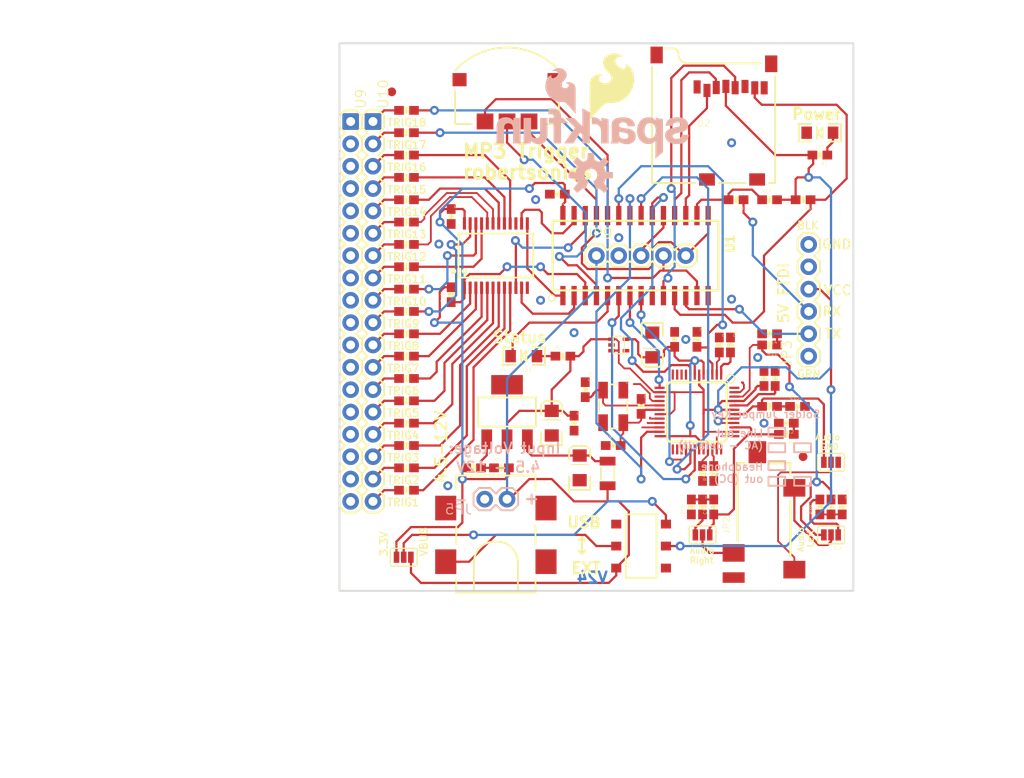
<source format=kicad_pcb>
(kicad_pcb (version 20211014) (generator pcbnew)
  (layers (0 "F.Cu" signal) (31 "B.Cu" signal) (34 "B.Paste" user) (35 "F.Paste" user) (36 "B.SilkS" user "B.Silkscreen") (37 "F.SilkS" user "F.Silkscreen") (38 "B.Mask" user) (39 "F.Mask" user) (44 "Edge.Cuts" user))
  (net 0 "")
  (net 1 "GND")
  (net 2 "RX")
  (net 3 "TX")
  (net 4 "N$4")
  (net 5 "GBUF")
  (net 6 "LEFT")
  (net 7 "RIGHT")
  (net 8 "3.3V")
  (net 9 "N$13")
  (net 10 "FCS")
  (net 11 "FDI")
  (net 12 "FSCK")
  (net 13 "CVDD")
  (net 14 "N$3")
  (net 15 "N$5")
  (net 16 "MSCLK")
  (net 17 "MCS")
  (net 18 "MDCS")
  (net 19 "MDREQ")
  (net 20 "MRST")
  (net 21 "MICP")
  (net 22 "MICN")
  (net 23 "N$11")
  (net 24 "N$14")
  (net 25 "N$15")
  (net 26 "N$16")
  (net 27 "MSO")
  (net 28 "MSI")
  (net 29 "FDO")
  (net 30 "N$9")
  (net 31 "SW2")
  (net 32 "SW3")
  (net 33 "SW1")
  (net 34 "XRES")
  (net 35 "USBVCC")
  (net 36 "N$2")
  (net 37 "N$12")
  (net 38 "N$20")
  (net 39 "VBUS")
  (net 40 "RX-I")
  (net 41 "TRIG17")
  (net 42 "TRIG18")
  (net 43 "S0")
  (net 44 "S1")
  (net 45 "S2")
  (net 46 "S3")
  (net 47 "COM")
  (net 48 "N$10")
  (net 49 "N$17")
  (net 50 "N$18")
  (net 51 "TRIG16")
  (net 52 "TRIG15")
  (net 53 "TRIG14")
  (net 54 "TRIG13")
  (net 55 "TRIG12")
  (net 56 "TRIG11")
  (net 57 "TRIG10")
  (net 58 "TRIG9")
  (net 59 "TRIG8")
  (net 60 "TRIG7")
  (net 61 "TRIG6")
  (net 62 "TRIG5")
  (net 63 "TRIG4")
  (net 64 "TRIG3")
  (net 65 "TRIG2")
  (net 66 "TRIG1")
  (net 67 "T1")
  (net 68 "T2")
  (net 69 "T3")
  (net 70 "T4")
  (net 71 "T5")
  (net 72 "T6")
  (net 73 "T7")
  (net 74 "T8")
  (net 75 "T9")
  (net 76 "T10")
  (net 77 "T11")
  (net 78 "T12")
  (net 79 "T13")
  (net 80 "T14")
  (net 81 "T15")
  (net 82 "T16")
  (net 83 "T17")
  (net 84 "T18")
  (net 85 "NC1")
  (net 86 "NC2")
  (net 87 "N$1")
  (net 88 "N$6")
  (net 89 "N$7")
  (net 90 "N$8")
  (net 91 "N$19")
  (net 92 "N$22")
  (net 93 "N$23")
  (footprint "boardEagle:0603-RES" (layer "F.Cu") (at 126.9111 117.0686 180)
    (fp_text reference "R22")
    (fp_text value "100")
  )
  (footprint "boardEagle:PAD-HUMPER-3-1&2_NC_BY_PASTE_YES_SILK_FULL_BOX" (layer "F.Cu") (at 160.5661 129.7686)
    (fp_text reference "SJ3")
    (fp_text value "AudioRight")
  )
  (footprint "boardEagle:STAND-OFF" (layer "F.Cu") (at 175.1711 133.5786)
    (fp_text reference "U$12" hide)
    (fp_text value "STAND-OFF" hide)
  )
  (footprint "boardEagle:LED-1206" (layer "F.Cu") (at 173.9011 84.0486 180)
    (fp_text reference "LED1")
    (fp_text value "RED")
  )
  (footprint "boardEagle:0603-RES" (layer "F.Cu") (at 160.5661 122.7836 90)
    (fp_text reference "R15")
    (fp_text value "100k")
  )
  (footprint "boardEagle:0603-RES" (layer "F.Cu") (at 176.4411 126.5936 -90)
    (fp_text reference "R18")
    (fp_text value "10K")
  )
  (footprint "boardEagle:0603-RES" (layer "F.Cu") (at 170.0911 118.3386 180)
    (fp_text reference "R9")
    (fp_text value "20")
  )
  (footprint "boardEagle:FIDUCIAL-1X2" (layer "F.Cu") (at 125.2347 79.4004)
    (fp_text reference "JP6" hide)
    (fp_text value "FIDUCIAL1X2" hide)
  )
  (footprint "boardEagle:0603-RES" (layer "F.Cu") (at 159.2961 126.5936 90)
    (fp_text reference "R16")
    (fp_text value "10K")
  )
  (footprint "boardEagle:0603-RES" (layer "F.Cu") (at 137.7061 122.1486)
    (fp_text reference "R6")
    (fp_text value "240")
  )
  (footprint "boardEagle:0603-RES" (layer "F.Cu") (at 126.9111 119.6086 180)
    (fp_text reference "R21")
    (fp_text value "100")
  )
  (footprint "boardEagle:0603-CAP" (layer "F.Cu") (at 171.3611 115.1636)
    (fp_text reference "C13")
    (fp_text value "47nF")
  )
  (footprint "boardEagle:CRYSTAL-SMD-5X3" (layer "F.Cu") (at 150.4061 115.1636 -90)
    (fp_text reference "Q1")
    (fp_text value "12.288MHz")
  )
  (footprint "boardEagle:0603-RES" (layer "F.Cu") (at 126.9111 104.3686 180)
    (fp_text reference "R27")
    (fp_text value "100")
  )
  (footprint "boardEagle:0603-RES" (layer "F.Cu") (at 160.5661 126.5936 -90)
    (fp_text reference "R13")
    (fp_text value "100/.25W")
  )
  (footprint "boardEagle:PAD-HUMPER-3-1&2_NC_BY_PASTE_YES_SILK_FULL_BOX" (layer "F.Cu") (at 175.1711 129.7686 180)
    (fp_text reference "SJ2")
    (fp_text value "AudioLeft")
  )
  (footprint "boardEagle:0603-CAP" (layer "F.Cu") (at 168.1861 106.9086 180)
    (fp_text reference "C14")
    (fp_text value "10nF")
  )
  (footprint "boardEagle:DUMMY" (layer "F.Cu") (at 93.8911 156.4386)
    (fp_text reference "FRAME1" hide)
    (fp_text value "FRAME-LETTERNO_PACKAGE" hide)
  )
  (footprint "boardEagle:LED-1206" (layer "F.Cu") (at 140.2461 109.4486 180)
    (fp_text reference "LED2")
    (fp_text value "GREEN")
  )
  (footprint "boardEagle:0603-RES" (layer "F.Cu") (at 126.9111 114.5286 180)
    (fp_text reference "R23")
    (fp_text value "100")
  )
  (footprint "boardEagle:0603-CAP" (layer "F.Cu") (at 167.5511 111.9886 90)
    (fp_text reference "C6")
    (fp_text value "0.1uF")
  )
  (footprint "boardEagle:0603-RES" (layer "F.Cu") (at 126.9111 106.9086 180)
    (fp_text reference "R26")
    (fp_text value "100")
  )
  (footprint "boardEagle:0603-RES" (layer "F.Cu") (at 163.7411 108.1786 -90)
    (fp_text reference "R8")
    (fp_text value "100k")
  )
  (footprint "boardEagle:0603-RES" (layer "F.Cu") (at 126.9111 111.9886 180)
    (fp_text reference "R24")
    (fp_text value "100")
  )
  (footprint "boardEagle:STAND-OFF" (layer "F.Cu") (at 121.8311 76.4286)
    (fp_text reference "U$14" hide)
    (fp_text value "STAND-OFF" hide)
  )
  (footprint "boardEagle:0603-CAP" (layer "F.Cu") (at 131.9911 93.5736 -90)
    (fp_text reference "C4")
    (fp_text value "0.1uF")
  )
  (footprint "boardEagle:1X05" (layer "F.Cu") (at 148.5011 98.0186)
    (fp_text reference "JP9")
    (fp_text value "ISSP")
  )
  (footprint "boardEagle:AYZ0202" (layer "F.Cu") (at 153.5811 131.0386 90)
    (fp_text reference "S2")
    (fp_text value "DPDT")
  )
  (footprint "boardEagle:STAND-OFF" (layer "F.Cu") (at 121.8311 133.5786)
    (fp_text reference "U$13" hide)
    (fp_text value "STAND-OFF" hide)
  )
  (footprint "boardEagle:SFE_LOGO_FLAME_.3" (layer "F.Cu") (at 147.2311 82.7786)
    (fp_text reference "LOGO1" hide)
    (fp_text value "SFE_LOGO_FLAME.3_INCH" hide)
  )
  (footprint "boardEagle:EIA3216" (layer "F.Cu") (at 146.5961 122.1486 90)
    (fp_text reference "C5")
    (fp_text value "10uF")
  )
  (footprint "boardEagle:PAD-JUMPER-3-2OF3_NC_BY_PASTE_YES_SILK_FULL_BOX" (layer "F.Cu") (at 126.5936 132.3086)
    (fp_text reference "SJ1")
    (fp_text value "UART Power")
  )
  (footprint "boardEagle:0603-RES" (layer "F.Cu") (at 126.9111 91.6686 180)
    (fp_text reference "R32")
    (fp_text value "100")
  )
  (footprint "boardEagle:PTC-1206" (layer "F.Cu") (at 149.7711 122.7836 90)
    (fp_text reference "F1")
    (fp_text value "PTC")
  )
  (footprint "boardEagle:0603-RES" (layer "F.Cu") (at 173.9011 86.5886 180)
    (fp_text reference "R1")
    (fp_text value "1K")
  )
  (footprint "boardEagle:0603-RES" (layer "F.Cu") (at 126.9111 101.8286 180)
    (fp_text reference "R28")
    (fp_text value "100")
  )
  (footprint "boardEagle:0603-CAP" (layer "F.Cu") (at 175.1711 126.5936 -90)
    (fp_text reference "C16")
    (fp_text value "10uF")
  )
  (footprint "boardEagle:CREATIVE_COMMONS" (layer "F.Cu") (at 114.2111 152.6286)
    (fp_text reference "FRAME3" hide)
    (fp_text value "FRAME-LETTER" hide)
  )
  (footprint "boardEagle:0603-CAP" (layer "F.Cu") (at 150.4061 119.6086)
    (fp_text reference "C9")
    (fp_text value "22pF")
  )
  (footprint "boardEagle:0603-RES" (layer "F.Cu") (at 126.9111 124.6886 180)
    (fp_text reference "R36")
    (fp_text value "100")
  )
  (footprint "boardEagle:0603-CAP" (layer "F.Cu") (at 161.8361 126.5936 90)
    (fp_text reference "C15")
    (fp_text value "10uF")
  )
  (footprint "boardEagle:0603-RES" (layer "F.Cu") (at 162.4711 108.1786 -90)
    (fp_text reference "R4")
    (fp_text value "100k")
  )
  (footprint "boardEagle:0603-RES" (layer "F.Cu") (at 126.9111 99.2886 180)
    (fp_text reference "R29")
    (fp_text value "100")
  )
  (footprint "boardEagle:STAND-OFF" (layer "F.Cu") (at 175.1711 76.4286)
    (fp_text reference "U$15" hide)
    (fp_text value "STAND-OFF" hide)
  )
  (footprint "boardEagle:0603-RES" (layer "F.Cu") (at 144.6911 109.4486)
    (fp_text reference "R2")
    (fp_text value "330")
  )
  (footprint "boardEagle:0603-CAP" (layer "F.Cu") (at 168.8211 111.9886 -90)
    (fp_text reference "C11")
    (fp_text value "0.1uF")
  )
  (footprint "boardEagle:0603-CAP" (layer "F.Cu") (at 157.3911 107.5436 90)
    (fp_text reference "C8")
    (fp_text value "0.1uF")
  )
  (footprint "boardEagle:0603-RES" (layer "F.Cu") (at 168.1861 115.1636 180)
    (fp_text reference "R10")
    (fp_text value "20")
  )
  (footprint "boardEagle:FIDUCIAL-1X2" (layer "F.Cu") (at 171.9961 120.8786)
    (fp_text reference "JP7" hide)
    (fp_text value "FIDUCIAL1X2" hide)
  )
  (footprint "boardEagle:0603-RES" (layer "F.Cu") (at 126.9111 84.0486 180)
    (fp_text reference "R37")
    (fp_text value "100")
  )
  (footprint "boardEagle:0603-RES" (layer "F.Cu") (at 168.1861 108.1786 180)
    (fp_text reference "R11")
    (fp_text value "20")
  )
  (footprint "boardEagle:AUDIO-JACK-3.5MM-SMD" (layer "F.Cu") (at 167.5511 136.1186 90)
    (fp_text reference "JP2")
    (fp_text value "AUDIO-JACK")
  )
  (footprint "boardEagle:1X06" (layer "F.Cu") (at 172.6311 109.4486 90)
    (fp_text reference "JP3")
    (fp_text value "FTDI Basic")
  )
  (footprint "boardEagle:MICROSD_1_1" (layer "F.Cu") (at 154.8511 89.7636)
    (fp_text reference "U2")
    (fp_text value "USD-SOCKET")
  )
  (footprint "boardEagle:0603-RES" (layer "F.Cu") (at 126.9111 122.1486 180)
    (fp_text reference "R35")
    (fp_text value "100")
  )
  (footprint "boardEagle:POWER_JACK_SMD_OVERPASTE_TOE" (layer "F.Cu") (at 137.0711 132.8166 90)
    (fp_text reference "J1" hide)
    (fp_text value "POWER_JACKTOE" hide)
  )
  (footprint "boardEagle:0603-RES" (layer "F.Cu") (at 126.9111 81.5086 180)
    (fp_text reference "R38")
    (fp_text value "100")
  )
  (footprint "boardEagle:SOIC-28" (layer "F.Cu") (at 153.5811 98.0186 180)
    (fp_text reference "U1")
    (fp_text value "CY8C29466")
  )
  (footprint "boardEagle:0603-RES" (layer "F.Cu") (at 161.8361 122.7836 90)
    (fp_text reference "R14")
    (fp_text value "100k")
  )
  (footprint "boardEagle:0603-CAP" (layer "F.Cu") (at 147.2311 113.2586 -90)
    (fp_text reference "C10")
    (fp_text value "22pF")
  )
  (footprint "boardEagle:REVISION" (layer "F.Cu") (at 126.9111 155.1686)
    (fp_text reference "U$4" hide)
    (fp_text value "REVISION" hide)
  )
  (footprint "boardEagle:0603-RES" (layer "F.Cu") (at 131.9911 102.4636 90)
    (fp_text reference "R12")
    (fp_text value "1K")
  )
  (footprint "boardEagle:0603-RES" (layer "F.Cu") (at 126.9111 94.2086 180)
    (fp_text reference "R31")
    (fp_text value "100")
  )
  (footprint "boardEagle:0603-CAP" (layer "F.Cu") (at 170.0911 117.0686 180)
    (fp_text reference "C12")
    (fp_text value "10nF")
  )
  (footprint "boardEagle:0603-RES" (layer "F.Cu") (at 164.3761 91.6686 180)
    (fp_text reference "R20")
    (fp_text value "100")
  )
  (footprint "boardEagle:1X18" (layer "F.Cu") (at 120.5611 82.7786 -90)
    (fp_text reference "U9")
    (fp_text value "M18_")
  )
  (footprint "boardEagle:0603-RES" (layer "F.Cu") (at 126.9111 96.7486 180)
    (fp_text reference "R30")
    (fp_text value "100")
  )
  (footprint "boardEagle:0603-RES" (layer "F.Cu") (at 171.9961 91.6686 180)
    (fp_text reference "R5")
    (fp_text value "47K")
  )
  (footprint "boardEagle:PAD-HUMPER-3-1&2_NC_BY_PASTE_YES_SILK_FULL_BOX" (layer "F.Cu") (at 175.1711 121.5136 180)
    (fp_text reference "SJ4")
    (fp_text value "AudioGND")
  )
  (footprint "boardEagle:0603-RES" (layer "F.Cu") (at 173.9011 126.5936 90)
    (fp_text reference "R39")
    (fp_text value "100/.25W")
  )
  (footprint "boardEagle:0603-RES" (layer "F.Cu") (at 126.9111 89.1286 180)
    (fp_text reference "R33")
    (fp_text value "100")
  )
  (footprint "boardEagle:0603-CAP" (layer "F.Cu") (at 144.0561 91.0336 180)
    (fp_text reference "C1")
    (fp_text value "0.1uF")
  )
  (footprint "boardEagle:0603-RES" (layer "F.Cu") (at 153.5811 115.1636 -90)
    (fp_text reference "R3")
    (fp_text value "1M")
  )
  (footprint "boardEagle:0603-RES" (layer "F.Cu") (at 168.1861 91.6686)
    (fp_text reference "R19")
    (fp_text value "10K")
  )
  (footprint "boardEagle:0603-RES" (layer "F.Cu") (at 126.9111 86.5886 180)
    (fp_text reference "R34")
    (fp_text value "100")
  )
  (footprint "boardEagle:0603-RES" (layer "F.Cu") (at 134.5311 122.1486)
    (fp_text reference "R17")
    (fp_text value "390")
  )
  (footprint "boardEagle:1X18" (layer "F.Cu") (at 123.1011 82.7786 -90)
    (fp_text reference "U10")
    (fp_text value "M18_")
  )
  (footprint "boardEagle:0603-CAP" (layer "F.Cu") (at 145.9611 117.0686 -90)
    (fp_text reference "C2")
    (fp_text value "0.1uF")
  )
  (footprint "boardEagle:SC70" (layer "F.Cu") (at 151.0411 108.1786 -90)
    (fp_text reference "U5")
    (fp_text value "1.8V Reg")
  )
  (footprint "boardEagle:EIA3216" (layer "F.Cu") (at 154.8511 108.1786 -90)
    (fp_text reference "C7")
    (fp_text value "10uF")
  )
  (footprint "boardEagle:0603-RES" (layer "F.Cu") (at 126.9111 109.4486 180)
    (fp_text reference "R25")
    (fp_text value "100")
  )
  (footprint "boardEagle:SOT223" (layer "F.Cu") (at 138.3411 115.7986)
    (fp_text reference "U4")
    (fp_text value "LM1117")
  )
  (footprint "boardEagle:LQFP-48" (layer "F.Cu") (at 159.9311 115.7986 180)
    (fp_text reference "U7")
    (fp_text value "VS1063")
  )
  (footprint "boardEagle:NAV_SWITCH" (layer "F.Cu") (at 138.3411 78.9686)
    (fp_text reference "S1" hide)
    (fp_text value "NAV_SWITCHSMD" hide)
  )
  (footprint "boardEagle:EIA3216" (layer "F.Cu") (at 143.4211 117.0686 90)
    (fp_text reference "C3")
    (fp_text value "10uF")
  )
  (footprint "boardEagle:SSOP24" (layer "F.Cu") (at 137.0711 98.0186)
    (fp_text reference "U3")
    (fp_text value "MUX-74HC4067SMD")
  )
  (footprint "boardEagle:0603-RES" (layer "F.Cu") (at 159.9311 107.5436 -90)
    (fp_text reference "R7")
    (fp_text value "100k")
  )
  (footprint "boardEagle:OSHW-LOGO-M" (layer "B.Cu") (at 147.8661 88.8746 180)
    (fp_text reference "LOGO3" hide)
    (fp_text value "OSHW-LOGOM" hide)
  )
  (footprint "boardEagle:1X02" (layer "B.Cu") (at 135.8011 125.7046)
    (fp_text reference "JP5")
    (fp_text value "TestPoints")
  )
  (footprint "boardEagle:SFE_LOGO_NAME_FLAME_.2" (layer "B.Cu") (at 159.6759 87.0148 180)
    (fp_text reference "U$1" hide)
    (fp_text value "SFE_LOGO_NAME_FLAME.2_INCH" hide)
  )
  (gr_line (start 132.6261 125.8316) (end 133.5151 125.8316) (layer "B.SilkS") (width 0.254))
  (gr_line (start 168.0591 121.3866) (end 169.9641 121.3866) (layer "B.SilkS") (width 0.2032))
  (gr_line (start 169.9641 118.5926) (end 168.0591 118.5926) (layer "B.SilkS") (width 0.2032))
  (gr_line (start 172.8851 124.1806) (end 170.9801 124.1806) (layer "B.SilkS") (width 0.2032))
  (gr_line (start 168.0591 123.1646) (end 169.9641 123.1646) (layer "B.SilkS") (width 0.2032))
  (gr_line (start 170.9801 123.1646) (end 172.8851 123.1646) (layer "B.SilkS") (width 0.2032))
  (gr_line (start 168.0591 122.4026) (end 168.0591 121.3866) (layer "B.SilkS") (width 0.2032))
  (gr_line (start 168.0591 118.5926) (end 168.0591 117.5766) (layer "B.SilkS") (width 0.2032))
  (gr_line (start 170.9801 120.3706) (end 170.9801 119.3546) (layer "B.SilkS") (width 0.2032))
  (gr_line (start 172.8851 120.3706) (end 170.9801 120.3706) (layer "B.SilkS") (width 0.2032))
  (gr_line (start 172.8851 119.3546) (end 172.8851 120.3706) (layer "B.SilkS") (width 0.2032))
  (gr_line (start 168.0591 119.3546) (end 169.9641 119.3546) (layer "B.SilkS") (width 0.2032))
  (gr_line (start 140.6271 125.7046) (end 141.6431 125.7046) (layer "B.SilkS") (width 0.254))
  (gr_line (start 169.9641 122.4026) (end 168.0591 122.4026) (layer "B.SilkS") (width 0.2032))
  (gr_line (start 168.0591 117.5766) (end 169.9641 117.5766) (layer "B.SilkS") (width 0.2032))
  (gr_line (start 170.9801 119.3546) (end 172.8851 119.3546) (layer "B.SilkS") (width 0.2032))
  (gr_line (start 169.9641 119.3546) (end 169.9641 120.3706) (layer "B.SilkS") (width 0.2032))
  (gr_line (start 168.0591 124.1806) (end 168.0591 123.1646) (layer "B.SilkS") (width 0.2032))
  (gr_line (start 169.9641 124.1806) (end 168.0591 124.1806) (layer "B.SilkS") (width 0.2032))
  (gr_line (start 169.9641 121.3866) (end 169.9641 122.4026) (layer "B.SilkS") (width 0.2032))
  (gr_line (start 172.8851 123.1646) (end 172.8851 124.1806) (layer "B.SilkS") (width 0.2032))
  (gr_line (start 169.9641 117.5766) (end 169.9641 118.5926) (layer "B.SilkS") (width 0.2032))
  (gr_line (start 170.9801 124.1806) (end 170.9801 123.1646) (layer "B.SilkS") (width 0.2032))
  (gr_line (start 141.1351 125.1966) (end 141.1351 126.2126) (layer "B.SilkS") (width 0.254))
  (gr_line (start 169.9641 123.1646) (end 169.9641 124.1806) (layer "B.SilkS") (width 0.2032))
  (gr_line (start 168.0591 120.3706) (end 168.0591 119.3546) (layer "B.SilkS") (width 0.2032))
  (gr_line (start 169.9641 120.3706) (end 168.0591 120.3706) (layer "B.SilkS") (width 0.2032))
  (gr_line (start 146.8501 131.9276) (end 146.4909 131.5683) (layer "F.SilkS") (width 0.254))
  (gr_line (start 146.8501 130.0226) (end 146.4908 130.3819) (layer "F.SilkS") (width 0.254))
  (gr_line (start 146.8501 130.0226) (end 147.2093 130.3819) (layer "F.SilkS") (width 0.254))
  (gr_line (start 146.8501 131.9276) (end 147.2094 131.5683) (layer "F.SilkS") (width 0.254))
  (gr_line (start 146.8501 131.9276) (end 146.8501 130.0226) (layer "F.SilkS") (width 0.254))
  (gr_line (start 119.2911 136.1186) (end 119.2911 73.8886) (layer "Edge.Cuts") (width 0.2032))
  (gr_line (start 177.7111 136.1186) (end 119.2911 136.1186) (layer "Edge.Cuts") (width 0.2032))
  (gr_line (start 119.2911 73.8886) (end 177.7111 73.8886) (layer "Edge.Cuts") (width 0.2032))
  (gr_line (start 177.7111 73.8886) (end 177.7111 136.1186) (layer "Edge.Cuts") (width 0.2032))
  (gr_text "V24" (at 149.9235 135.3566) (layer "B.Cu") (effects (font (size 1.24968 1.24968) (thickness 0.27432)) (justify left bottom mirror)))
  (gr_text "Input Voltage:" (at 144.5641 120.6246) (layer "B.SilkS") (effects (font (size 1.20904 1.20904) (thickness 0.21336)) (justify left bottom mirror)))
  (gr_text "Line out\n(AC - default)" (at 167.5511 117.7036) (layer "B.SilkS") (effects (font (size 0.8636 0.8636) (thickness 0.1524)) (justify left top mirror)))
  (gr_text "4.5 - 12V" (at 142.2781 122.7836) (layer "B.SilkS") (effects (font (size 1.20904 1.20904) (thickness 0.21336)) (justify left bottom mirror)))
  (gr_text "Headphone \nout (DC)" (at 167.5511 121.5136) (layer "B.SilkS") (effects (font (size 0.8636 0.8636) (thickness 0.1524)) (justify left top mirror)))
  (gr_text "Solder Jumper Key" (at 174.0281 116.5606) (layer "B.SilkS") (effects (font (size 0.8636 0.8636) (thickness 0.1524)) (justify left bottom mirror)))
  (gr_text "Audio\n GND" (at 173.3169 120.1674) (layer "F.SilkS") (effects (font (size 0.69088 0.69088) (thickness 0.12192)) (justify left bottom)))
  (gr_text "EXT" (at 149.1361 132.8166) (layer "F.SilkS") (effects (font (size 1.24968 1.24968) (thickness 0.27432)) (justify right top)))
  (gr_text "4.5-12V" (at 131.6101 124.0536 90) (layer "F.SilkS") (effects (font (size 1.2954 1.2954) (thickness 0.2286)) (justify left bottom)))
  (gr_text "TRIG10" (at 124.6251 103.7336) (layer "F.SilkS") (effects (font (size 0.8636 0.8636) (thickness 0.1524)) (justify left bottom)))
  (gr_text "TRIG7" (at 124.6251 111.3536) (layer "F.SilkS") (effects (font (size 0.8636 0.8636) (thickness 0.1524)) (justify left bottom)))
  (gr_text "TRIG16" (at 124.6251 88.4936) (layer "F.SilkS") (effects (font (size 0.8636 0.8636) (thickness 0.1524)) (justify left bottom)))
  (gr_text "TRIG18" (at 124.6251 83.4136) (layer "F.SilkS") (effects (font (size 0.8636 0.8636) (thickness 0.1524)) (justify left bottom)))
  (gr_text "TRIG6" (at 124.6251 113.8936) (layer "F.SilkS") (effects (font (size 0.8636 0.8636) (thickness 0.1524)) (justify left bottom)))
  (gr_text "MP3 Trigger" (at 133.1341 87.0712) (layer "F.SilkS") (effects (font (size 1.582928 1.582928) (thickness 0.347472)) (justify left bottom)))
  (gr_text "TRIG8" (at 124.6251 108.8136) (layer "F.SilkS") (effects (font (size 0.8636 0.8636) (thickness 0.1524)) (justify left bottom)))
  (gr_text "RX" (at 176.4411 103.7336) (layer "F.SilkS") (effects (font (size 1.0795 1.0795) (thickness 0.1905)) (justify right top)))
  (gr_text "Power" (at 170.5991 82.6516) (layer "F.SilkS") (effects (font (size 1.24968 1.24968) (thickness 0.27432)) (justify left bottom)))
  (gr_text "TRIG9" (at 124.6251 106.2736) (layer "F.SilkS") (effects (font (size 0.8636 0.8636) (thickness 0.1524)) (justify left bottom)))
  (gr_text "VCC" (at 177.5841 101.3206) (layer "F.SilkS") (effects (font (size 1.0795 1.0795) (thickness 0.1905)) (justify right top)))
  (gr_text "TRIG2" (at 124.6251 124.0536) (layer "F.SilkS") (effects (font (size 0.8636 0.8636) (thickness 0.1524)) (justify left bottom)))
  (gr_text "TRIG15" (at 124.6251 91.0336) (layer "F.SilkS") (effects (font (size 0.8636 0.8636) (thickness 0.1524)) (justify left bottom)))
  (gr_text "TRIG5" (at 124.6251 116.4336) (layer "F.SilkS") (effects (font (size 0.8636 0.8636) (thickness 0.1524)) (justify left bottom)))
  (gr_text "3.3V" (at 124.8537 132.2832 90) (layer "F.SilkS") (effects (font (size 0.8636 0.8636) (thickness 0.1524)) (justify left bottom)))
  (gr_text "TRIG4" (at 124.6251 118.9736) (layer "F.SilkS") (effects (font (size 0.8636 0.8636) (thickness 0.1524)) (justify left bottom)))
  (gr_text "GRN" (at 171.2341 111.9886) (layer "F.SilkS") (effects (font (size 0.8636 0.8636) (thickness 0.1524)) (justify left bottom)))
  (gr_text "Audio \n Left" (at 173.2407 131.7752 90) (layer "F.SilkS") (effects (font (size 0.69088 0.69088) (thickness 0.12192)) (justify left bottom)))
  (gr_text "5V FTDI" (at 170.4975 105.8418 90) (layer "F.SilkS") (effects (font (size 1.20904 1.20904) (thickness 0.21336)) (justify left bottom)))
  (gr_text "Status" (at 136.5631 108.0516) (layer "F.SilkS") (effects (font (size 1.2954 1.2954) (thickness 0.2286)) (justify left bottom)))
  (gr_text "BLK" (at 171.2341 95.0976) (layer "F.SilkS") (effects (font (size 0.8636 0.8636) (thickness 0.1524)) (justify left bottom)))
  (gr_text "GND" (at 177.5841 96.1136) (layer "F.SilkS") (effects (font (size 1.0795 1.0795) (thickness 0.1905)) (justify right top)))
  (gr_text "Audio \nRight" (at 159.0421 133.0706) (layer "F.SilkS") (effects (font (size 0.69088 0.69088) (thickness 0.12192)) (justify left bottom)))
  (gr_text "VBUS" (at 129.3749 132.3086 90) (layer "F.SilkS") (effects (font (size 0.8636 0.8636) (thickness 0.1524)) (justify left bottom)))
  (gr_text "USB" (at 149.1361 127.6096) (layer "F.SilkS") (effects (font (size 1.24968 1.24968) (thickness 0.27432)) (justify right top)))
  (gr_text "TRIG1" (at 124.6251 126.5936) (layer "F.SilkS") (effects (font (size 0.8636 0.8636) (thickness 0.1524)) (justify left bottom)))
  (gr_text "robertsonics" (at 133.1341 89.4588) (layer "F.SilkS") (effects (font (size 1.582928 1.582928) (thickness 0.347472)) (justify left bottom)))
  (gr_text "TX" (at 176.4411 106.2736) (layer "F.SilkS") (effects (font (size 1.0795 1.0795) (thickness 0.1905)) (justify right top)))
  (gr_text "TRIG13" (at 124.6251 96.1136) (layer "F.SilkS") (effects (font (size 0.8636 0.8636) (thickness 0.1524)) (justify left bottom)))
  (gr_text "TRIG17" (at 124.6251 85.9536) (layer "F.SilkS") (effects (font (size 0.8636 0.8636) (thickness 0.1524)) (justify left bottom)))
  (gr_text "TRIG12" (at 124.6251 98.6536) (layer "F.SilkS") (effects (font (size 0.8636 0.8636) (thickness 0.1524)) (justify left bottom)))
  (gr_text "TRIG14" (at 124.6251 93.5736) (layer "F.SilkS") (effects (font (size 0.8636 0.8636) (thickness 0.1524)) (justify left bottom)))
  (gr_text "TRIG3" (at 124.6251 121.5136) (layer "F.SilkS") (effects (font (size 0.8636 0.8636) (thickness 0.1524)) (justify left bottom)))
  (gr_text "TRIG11" (at 124.6251 101.1936) (layer "F.SilkS") (effects (font (size 0.8636 0.8636) (thickness 0.1524)) (justify left bottom)))
  (segment (start 154.5717 113.7158) (end 153.4795 112.6236) (width 0.2032) (layer "F.Cu") (net 1))
  (segment (start 155.6811 117.5486) (end 153.7081 117.5486) (width 0.2032) (layer "F.Cu") (net 1))
  (segment (start 162.1811 120.0486) (end 162.1811 118.6286) (width 0.2032) (layer "F.Cu") (net 1))
  (segment (start 164.1811 116.5486) (end 162.6101 116.5486) (width 0.2032) (layer "F.Cu") (net 1))
  (segment (start 155.6811 114.5486) (end 154.8711 114.5486) (width 0.2032) (layer "F.Cu") (net 1))
  (segment (start 154.5971 116.5486) (end 154.5971 116.4336) (width 0.2032) (layer "F.Cu") (net 1))
  (segment (start 165.2651 113.1316) (end 165.2651 112.6744) (width 0.2032) (layer "F.Cu") (net 1))
  (segment (start 161.1811 112.7306) (end 161.2011 112.7506) (width 0.2032) (layer "F.Cu") (net 1))
  (segment (start 162.5781 117.0486) (end 162.3441 116.8146) (width 0.2032) (layer "F.Cu") (net 1))
  (segment (start 165.1635 112.5474) (end 165.0365 112.4204) (width 0.2032) (layer "F.Cu") (net 1))
  (segment (start 153.4795 112.6236) (end 152.7429 112.6236) (width 0.2032) (layer "F.Cu") (net 1))
  (segment (start 154.8711 114.5486) (end 154.5717 114.2492) (width 0.2032) (layer "F.Cu") (net 1))
  (segment (start 154.5717 114.2492) (end 154.5717 113.7158) (width 0.2032) (layer "F.Cu") (net 1))
  (segment (start 165.1889 112.4458) (end 165.1635 112.4204) (width 0.2032) (layer "F.Cu") (net 1))
  (segment (start 154.3485 117.0486) (end 154.3177 117.0178) (width 0.2032) (layer "F.Cu") (net 1))
  (segment (start 162.6101 116.5486) (end 162.3441 116.8146) (width 0.2032) (layer "F.Cu") (net 1))
  (segment (start 165.2651 112.6744) (end 165.0365 112.4458) (width 0.2032) (layer "F.Cu") (net 1))
  (segment (start 161.1811 111.5486) (end 161.1811 112.7306) (width 0.2032) (layer "F.Cu") (net 1))
  (segment (start 164.1811 118.5486) (end 162.6811 118.5486) (width 0.2032) (layer "F.Cu") (net 1))
  (segment (start 154.3485 117.0486) (end 154.3485 117.0486) (width 0.2032) (layer "F.Cu") (net 1))
  (segment (start 164.1811 117.0486) (end 162.5781 117.0486) (width 0.2032) (layer "F.Cu") (net 1))
  (segment (start 155.6811 116.5486) (end 154.5971 116.5486) (width 0.2032) (layer "F.Cu") (net 1))
  (segment (start 164.8481 113.5486) (end 165.2651 113.1316) (width 0.2032) (layer "F.Cu") (net 1))
  (segment (start 164.1811 113.5486) (end 164.8481 113.5486) (width 0.2032) (layer "F.Cu") (net 1))
  (segment (start 155.6811 117.0486) (end 154.3485 117.0486) (width 0.2032) (layer "F.Cu") (net 1))
  (via (at 167.5511 117.0686) (size 1.016) (drill 0.508) (layers "F.Cu" "B.Cu") (net 1))
  (via (at 130.5929 96.7112) (size 1.016) (drill 0.508) (layers "F.Cu" "B.Cu") (net 1))
  (via (at 163.8681 102.9716) (size 1.016) (drill 0.508) (layers "F.Cu" "B.Cu") (net 1))
  (via (at 131.6101 124.1806) (size 1.016) (drill 0.508) (layers "F.Cu" "B.Cu") (net 1))
  (via (at 151.0411 95.9866) (size 1.016) (drill 0.508) (layers "F.Cu" "B.Cu") (net 1))
  (via (at 141.5911 91.6566) (size 1.016) (drill 0.508) (layers "F.Cu" "B.Cu") (net 1))
  (via (at 163.8681 85.1916) (size 1.016) (drill 0.508) (layers "F.Cu" "B.Cu") (net 1))
  (via (at 145.9611 106.7816) (size 1.016) (drill 0.508) (layers "F.Cu" "B.Cu") (net 1))
  (via (at 162.3441 116.8146) (size 1.016) (drill 0.508) (layers "F.Cu" "B.Cu") (net 1))
  (via (at 158.6611 107.5436) (size 1.016) (drill 0.508) (layers "F.Cu" "B.Cu") (net 1))
  (via (at 142.1511 103.0986) (size 1.016) (drill 0.508) (layers "F.Cu" "B.Cu") (net 1))
  (via (at 166.8399 109.601) (size 1.016) (drill 0.508) (layers "F.Cu" "B.Cu") (net 1))
  (segment (start 159.9311 93.4711) (end 159.9311 92.1766) (width 0.254) (layer "F.Cu") (net 2))
  (segment (start 160.4391 91.6686) (end 163.5261 91.6686) (width 0.254) (layer "F.Cu") (net 2))
  (segment (start 166.1931 90.5256) (end 163.9951 90.5256) (width 0.254) (layer "F.Cu") (net 2))
  (segment (start 167.3361 91.6686) (end 166.1931 90.5256) (width 0.254) (layer "F.Cu") (net 2))
  (segment (start 163.5261 90.9946) (end 163.5261 91.6686) (width 0.254) (layer "F.Cu") (net 2))
  (segment (start 163.9951 90.5256) (end 163.5261 90.9946) (width 0.254) (layer "F.Cu") (net 2))
  (segment (start 159.9311 92.1766) (end 160.4391 91.6686) (width 0.254) (layer "F.Cu") (net 2))
  (segment (start 159.0421 104.1146) (end 164.7571 104.1146) (width 0.254) (layer "F.Cu") (net 3))
  (segment (start 158.6611 103.7336) (end 158.6611 102.5661) (width 0.254) (layer "F.Cu") (net 3))
  (segment (start 158.6611 103.7336) (end 159.0421 104.1146) (width 0.254) (layer "F.Cu") (net 3))
  (via (at 164.7571 104.1146) (size 1.016) (drill 0.508) (layers "F.Cu" "B.Cu") (net 3))
  (segment (start 167.5511 106.9086) (end 172.6311 106.9086) (width 0.254) (layer "B.Cu") (net 3))
  (segment (start 164.7571 104.1146) (end 167.5511 106.9086) (width 0.254) (layer "B.Cu") (net 3))
  (segment (start 174.7511 85.7386) (end 174.7511 86.5886) (width 0.254) (layer "F.Cu") (net 4))
  (segment (start 175.4011 84.0486) (end 175.4011 85.0886) (width 0.254) (layer "F.Cu") (net 4))
  (segment (start 175.4011 85.0886) (end 174.7511 85.7386) (width 0.254) (layer "F.Cu") (net 4))
  (segment (start 174.3583 121.5136) (end 174.3583 114.935) (width 0.254) (layer "F.Cu") (net 5))
  (segment (start 167.2971 115.1246) (end 167.3361 115.1636) (width 0.254) (layer "F.Cu") (net 5))
  (segment (start 167.3225 115.15) (end 167.3361 115.1636) (width 0.2032) (layer "F.Cu") (net 5))
  (segment (start 165.3921 116.0526) (end 166.2811 115.1636) (width 0.254) (layer "F.Cu") (net 5))
  (segment (start 167.3225 114.4524) (end 167.3225 115.15) (width 0.254) (layer "F.Cu") (net 5))
  (segment (start 167.5003 114.2746) (end 167.3225 114.4524) (width 0.254) (layer "F.Cu") (net 5))
  (segment (start 166.2811 115.1636) (end 167.3361 115.1636) (width 0.254) (layer "F.Cu") (net 5))
  (segment (start 164.1811 116.0486) (end 164.1851 116.0526) (width 0.254) (layer "F.Cu") (net 5))
  (segment (start 164.1851 116.0526) (end 165.3921 116.0526) (width 0.254) (layer "F.Cu") (net 5))
  (segment (start 174.3583 114.935) (end 173.6979 114.2746) (width 0.254) (layer "F.Cu") (net 5))
  (segment (start 173.6979 114.2746) (end 167.5003 114.2746) (width 0.254) (layer "F.Cu") (net 5))
  (segment (start 175.1711 124.6886) (end 175.1711 125.7436) (width 0.254) (layer "F.Cu") (net 6))
  (segment (start 170.4467 112.9284) (end 170.4467 110.5662) (width 0.254) (layer "F.Cu") (net 6))
  (segment (start 175.1711 124.6886) (end 174.2313 123.7488) (width 0.254) (layer "F.Cu") (net 6))
  (segment (start 166.2811 108.1786) (end 165.9255 108.5342) (width 0.2032) (layer "F.Cu") (net 6))
  (segment (start 170.4467 110.5662) (end 169.1513 109.2708) (width 0.254) (layer "F.Cu") (net 6))
  (segment (start 167.3361 108.624) (end 167.3361 108.1786) (width 0.254) (layer "F.Cu") (net 6))
  (segment (start 167.3606 108.6485) (end 167.3606 108.8136) (width 0.254) (layer "F.Cu") (net 6))
  (segment (start 166.2811 108.1786) (end 167.3361 108.1786) (width 0.2032) (layer "F.Cu") (net 6))
  (segment (start 165.9255 108.5342) (end 165.9255 113.2586) (width 0.2032) (layer "F.Cu") (net 6))
  (segment (start 167.3361 108.624) (end 167.3606 108.6485) (width 0.2032) (layer "F.Cu") (net 6))
  (segment (start 169.1513 109.2708) (end 167.8178 109.2708) (width 0.254) (layer "F.Cu") (net 6))
  (segment (start 171.7675 128.0922) (end 171.7675 126.5428) (width 0.254) (layer "F.Cu") (net 6))
  (segment (start 173.4439 129.7686) (end 171.7675 128.0922) (width 0.254) (layer "F.Cu") (net 6))
  (segment (start 174.3583 129.7686) (end 173.4439 129.7686) (width 0.254) (layer "F.Cu") (net 6))
  (segment (start 165.9255 113.2586) (end 165.1355 114.0486) (width 0.2032) (layer "F.Cu") (net 6))
  (segment (start 172.8597 125.4506) (end 172.8597 123.9266) (width 0.254) (layer "F.Cu") (net 6))
  (segment (start 164.1811 114.0486) (end 165.1355 114.0486) (width 0.2032) (layer "F.Cu") (net 6))
  (segment (start 167.3606 108.8136) (end 167.8178 109.2708) (width 0.254) (layer "F.Cu") (net 6))
  (segment (start 171.7675 126.5428) (end 172.8597 125.4506) (width 0.254) (layer "F.Cu") (net 6))
  (segment (start 172.8597 123.9266) (end 173.0375 123.7488) (width 0.254) (layer "F.Cu") (net 6))
  (segment (start 174.2313 123.7488) (end 173.5455 123.7488) (width 0.254) (layer "F.Cu") (net 6))
  (segment (start 173.0375 123.7488) (end 173.5455 123.7488) (width 0.254) (layer "F.Cu") (net 6))
  (via (at 173.5455 123.7488) (size 1.016) (drill 0.508) (layers "F.Cu" "B.Cu") (net 6))
  (via (at 170.4467 112.9284) (size 1.016) (drill 0.508) (layers "F.Cu" "B.Cu") (net 6))
  (segment (start 173.5455 123.7488) (end 173.5455 116.0272) (width 0.254) (layer "B.Cu") (net 6))
  (segment (start 173.5455 116.0272) (end 170.4467 112.9284) (width 0.254) (layer "B.Cu") (net 6))
  (segment (start 164.1357 119.976) (end 165.7731 118.3386) (width 0.254) (layer "F.Cu") (net 7))
  (segment (start 161.3789 128.9558) (end 161.8361 128.4986) (width 0.254) (layer "F.Cu") (net 7))
  (segment (start 165.9356 117.5486) (end 166.0906 117.7036) (width 0.254) (layer "F.Cu") (net 7))
  (segment (start 166.0906 117.7036) (end 166.0906 118.3386) (width 0.254) (layer "F.Cu") (net 7))
  (segment (start 164.1357 119.976) (end 164.1357 126.834) (width 0.254) (layer "F.Cu") (net 7))
  (segment (start 161.8361 127.4436) (end 163.5261 127.4436) (width 0.254) (layer "F.Cu") (net 7))
  (segment (start 164.1811 117.5486) (end 165.9356 117.5486) (width 0.254) (layer "F.Cu") (net 7))
  (segment (start 161.3789 129.7686) (end 161.3789 128.9558) (width 0.254) (layer "F.Cu") (net 7))
  (segment (start 161.8361 128.4986) (end 161.8361 127.4436) (width 0.254) (layer "F.Cu") (net 7))
  (segment (start 165.7731 118.3386) (end 166.0906 118.3386) (width 0.254) (layer "F.Cu") (net 7))
  (segment (start 164.1357 126.834) (end 163.5261 127.4436) (width 0.254) (layer "F.Cu") (net 7))
  (segment (start 166.0906 118.3386) (end 169.2411 118.3386) (width 0.254) (layer "F.Cu") (net 7))
  (segment (start 160.6811 118.0846) (end 160.6811 120.0486) (width 0.254) (layer "F.Cu") (net 8))
  (segment (start 145.5411 109.4486) (end 145.5411 111.1386) (width 0.254) (layer "F.Cu") (net 8))
  (segment (start 133.3001 92.7236) (end 133.5151 92.9386) (width 0.254) (layer "F.Cu") (net 8))
  (segment (start 166.8281 112.8386) (end 166.5859 113.0808) (width 0.254) (layer "F.Cu") (net 8))
  (segment (start 147.0279 108.9152) (end 147.0279 108.3818) (width 0.254) (layer "F.Cu") (net 8))
  (segment (start 138.3411 117.0686) (end 139.7411 115.6686) (width 0.254) (layer "F.Cu") (net 8))
  (segment (start 160.6811 113.2466) (end 160.1851 112.7506) (width 0.254) (layer "F.Cu") (net 8))
  (segment (start 160.6811 115.5446) (end 160.6811 115.5486) (width 0.254) (layer "F.Cu") (net 8))
  (segment (start 131.9911 92.7236) (end 133.3001 92.7236) (width 0.254) (layer "F.Cu") (net 8))
  (segment (start 173.1391 86.6766) (end 173.0511 86.5886) (width 0.254) (layer "F.Cu") (net 8))
  (segment (start 144.9061 89.9786) (end 144.6911 89.7636) (width 0.254) (layer "F.Cu") (net 8))
  (segment (start 138.5561 122.5686) (end 138.5561 122.1486) (width 0.254) (layer "F.Cu") (net 8))
  (segment (start 163.217675 78.781304) (end 163.217675 80.985175) (width 0.254) (layer "F.Cu") (net 8))
  (segment (start 160.6811 115.5486) (end 162.3441 115.5486) (width 0.254) (layer "F.Cu") (net 8))
  (segment (start 162.3441 115.5486) (end 162.3441 115.5192) (width 0.2032) (layer "F.Cu") (net 8))
  (segment (start 155.6851 116.0526) (end 155.6811 116.0486) (width 0.2032) (layer "F.Cu") (net 8))
  (segment (start 160.6811 113.5486) (end 155.6811 113.5486) (width 0.2032) (layer "F.Cu") (net 8))
  (segment (start 162.3441 115.5192) (end 162.3441 115.0112) (width 0.254) (layer "F.Cu") (net 8))
  (segment (start 150.2311 108.8136) (end 150.2161 108.8286) (width 0.254) (layer "F.Cu") (net 8))
  (segment (start 138.5697 122.5822) (end 138.5697 122.9614) (width 0.254) (layer "F.Cu") (net 8))
  (segment (start 146.4945 109.4486) (end 147.0279 108.9152) (width 0.254) (layer "F.Cu") (net 8))
  (segment (start 155.0141 113.5486) (end 155.6811 113.5486) (width 0.2032) (layer "F.Cu") (net 8))
  (segment (start 147.8811 107.5286) (end 150.2161 107.5286) (width 0.254) (layer "F.Cu") (net 8))
  (segment (start 156.8831 116.0526) (end 155.6851 116.0526) (width 0.2032) (layer "F.Cu") (net 8))
  (segment (start 164.1811 115.5486) (end 162.3735 115.5486) (width 0.254) (layer "F.Cu") (net 8))
  (segment (start 144.9451 91.0726) (end 144.9061 91.0336) (width 0.254) (layer "F.Cu") (net 8))
  (segment (start 144.9061 91.0336) (end 144.9061 89.9786) (width 0.254) (layer "F.Cu") (net 8))
  (segment (start 144.6911 92.1766) (end 144.9451 91.9226) (width 0.254) (layer "F.Cu") (net 8))
  (segment (start 171.3611 89.1286) (end 171.1461 89.3436) (width 0.254) (layer "F.Cu") (net 8))
  (segment (start 138.5697 122.9614) (end 138.1125 123.4186) (width 0.254) (layer "F.Cu") (net 8))
  (segment (start 151.0411 110.2106) (end 151.6761 110.8456) (width 0.2032) (layer "F.Cu") (net 8))
  (segment (start 130.6957 105.029) (end 130.0861 105.6386) (width 0.254) (layer "F.Cu") (net 8))
  (segment (start 165.2705 114.5486) (end 164.1811 114.5486) (width 0.254) (layer "F.Cu") (net 8))
  (segment (start 133.5151 93.7046) (end 133.4961 93.7236) (width 0.254) (layer "F.Cu") (net 8))
  (segment (start 172.6311 89.1286) (end 171.3611 89.1286) (width 0.254) (layer "F.Cu") (net 8))
  (segment (start 133.2611 123.4186) (end 138.1125 123.4186) (width 0.254) (layer "F.Cu") (net 8))
  (segment (start 143.4211 115.6686) (end 144.6881 115.6686) (width 0.254) (layer "F.Cu") (net 8))
  (segment (start 162.8067 114.5486) (end 162.3441 115.0112) (width 0.254) (layer "F.Cu") (net 8))
  (segment (start 138.5561 122.1486) (end 138.3411 121.9336) (width 0.254) (layer "F.Cu") (net 8))
  (segment (start 160.1811 111.9846) (end 160.1851 111.9886) (width 0.2032) (layer "F.Cu") (net 8))
  (segment (start 138.3411 118.8974) (end 138.3411 117.0686) (width 0.254) (layer "F.Cu") (net 8))
  (segment (start 155.6811 113.5486) (end 157.3911 113.5486) (width 0.2032) (layer "F.Cu") (net 8))
  (segment (start 127.4191 128.8796) (end 125.7681 130.5306) (width 0.254) (layer "F.Cu") (net 8))
  (segment (start 164.1811 118.0486) (end 160.7171 118.0486) (width 0.2032) (layer "F.Cu") (net 8))
  (segment (start 132.7531 128.8796) (end 133.2611 128.3716) (width 0.254) (layer "F.Cu") (net 8))
  (segment (start 131.2155 101.6136) (end 130.6957 102.1334) (width 0.254) (layer "F.Cu") (net 8))
  (segment (start 145.2381 116.2186) (end 145.9611 116.2186) (width 0.254) (layer "F.Cu") (net 8))
  (segment (start 160.6811 115.8494) (end 160.6811 118.0846) (width 0.254) (layer "F.Cu") (net 8))
  (segment (start 151.0411 107.823) (end 150.7467 107.5286) (width 0.2032) (layer "F.Cu") (net 8))
  (segment (start 127.4191 128.8796) (end 132.7531 128.8796) (width 0.254) (layer "F.Cu") (net 8))
  (segment (start 160.1851 111.9886) (end 160.1851 111.5526) (width 0.254) (layer "F.Cu") (net 8))
  (segment (start 160.6811 113.5486) (end 160.6811 115.5446) (width 0.254) (layer "F.Cu") (net 8))
  (segment (start 143.4211 113.2586) (end 145.5411 111.1386) (width 0.254) (layer "F.Cu") (net 8))
  (segment (start 173.0511 86.5886) (end 168.8211 86.5886) (width 0.254) (layer "F.Cu") (net 8))
  (segment (start 160.6771 115.8534) (end 160.6771 116.0486) (width 0.254) (layer "F.Cu") (net 8))
  (segment (start 145.9611 115.7986) (end 145.9611 116.2186) (width 0.254) (layer "F.Cu") (net 8))
  (segment (start 160.6811 113.2466) (end 160.6811 113.5486) (width 0.254) (layer "F.Cu") (net 8))
  (segment (start 160.6811 115.5486) (end 160.6811 115.8494) (width 0.254) (layer "F.Cu") (net 8))
  (segment (start 151.0411 108.6866) (end 151.0411 110.2106) (width 0.2032) (layer "F.Cu") (net 8))
  (segment (start 157.3911 115.5446) (end 156.8831 116.0526) (width 0.2032) (layer "F.Cu") (net 8))
  (segment (start 163.217675 80.985175) (end 168.8211 86.5886) (width 0.254) (layer "F.Cu") (net 8))
  (segment (start 150.7467 107.5286) (end 150.2161 107.5286) (width 0.2032) (layer "F.Cu") (net 8))
  (segment (start 144.9451 91.9226) (end 144.9451 91.0726) (width 0.254) (layer "F.Cu") (net 8))
  (segment (start 144.6911 89.7636) (end 141.5161 89.7636) (width 0.254) (layer "F.Cu") (net 8))
  (segment (start 166.5859 113.2332) (end 165.2705 114.5486) (width 0.254) (layer "F.Cu") (net 8))
  (segment (start 151.6761 110.8456) (end 152.3111 110.8456) (width 0.2032) (layer "F.Cu") (net 8))
  (segment (start 131.9911 101.6136) (end 131.2155 101.6136) (width 0.254) (layer "F.Cu") (net 8))
  (segment (start 152.3111 110.8456) (end 155.0141 113.5486) (width 0.2032) (layer "F.Cu") (net 8))
  (segment (start 150.9141 108.8136) (end 151.0411 108.6866) (width 0.2032) (layer "F.Cu") (net 8))
  (segment (start 125.7681 130.5306) (end 125.7681 132.2959) (width 0.254) (layer "F.Cu") (net 8))
  (segment (start 150.9141 108.8136) (end 150.2311 108.8136) (width 0.254) (layer "F.Cu") (net 8))
  (segment (start 162.3735 115.5486) (end 162.3441 115.5192) (width 0.2032) (layer "F.Cu") (net 8))
  (segment (start 162.8067 114.5486) (end 164.1811 114.5486) (width 0.254) (layer "F.Cu") (net 8))
  (segment (start 131.9911 92.7236) (end 131.1901 92.7236) (width 0.254) (layer "F.Cu") (net 8))
  (segment (start 133.4961 93.7236) (end 133.4961 94.3626) (width 0.254) (layer "F.Cu") (net 8))
  (segment (start 141.5161 89.7636) (end 140.8811 90.3986) (width 0.254) (layer "F.Cu") (net 8))
  (segment (start 147.0279 108.3818) (end 147.8811 107.5286) (width 0.254) (layer "F.Cu") (net 8))
  (segment (start 144.6911 93.4711) (end 144.6911 92.1766) (width 0.254) (layer "F.Cu") (net 8))
  (segment (start 138.5561 122.5686) (end 138.5697 122.5822) (width 0.254) (layer "F.Cu") (net 8))
  (segment (start 130.6957 102.1334) (end 130.6957 105.029) (width 0.254) (layer "F.Cu") (net 8))
  (segment (start 145.5411 109.4486) (end 146.4945 109.4486) (width 0.254) (layer "F.Cu") (net 8))
  (segment (start 138.3411 121.9336) (end 138.3411 118.8974) (width 0.254) (layer "F.Cu") (net 8))
  (segment (start 171.1461 91.6686) (end 169.0361 91.6686) (width 0.254) (layer "F.Cu") (net 8))
  (segment (start 157.3911 113.5486) (end 157.3911 115.5446) (width 0.2032) (layer "F.Cu") (net 8))
  (segment (start 143.4211 115.6686) (end 143.4211 113.2586) (width 0.254) (layer "F.Cu") (net 8))
  (segment (start 172.6311 89.1286) (end 172.6311 88.1126) (width 0.254) (layer "F.Cu") (net 8))
  (segment (start 160.1851 112.7506) (end 160.1851 111.9886) (width 0.254) (layer "F.Cu") (net 8))
  (segment (start 160.1811 111.5486) (end 160.1811 111.9846) (width 0.2032) (layer "F.Cu") (net 8))
  (segment (start 160.6811 115.8494) (end 160.6771 115.8534) (width 0.254) (layer "F.Cu") (net 8))
  (segment (start 151.0411 108.6866) (end 151.0411 107.823) (width 0.2032) (layer "F.Cu") (net 8))
  (segment (start 160.6811 115.5446) (end 160.6851 115.5486) (width 0.254) (layer "F.Cu") (net 8))
  (segment (start 172.6311 88.1126) (end 173.1391 87.6046) (width 0.254) (layer "F.Cu") (net 8))
  (segment (start 130.7211 93.1926) (end 130.7211 94.2086) (width 0.254) (layer "F.Cu") (net 8))
  (segment (start 133.2611 128.3716) (end 133.2611 123.4186) (width 0.254) (layer "F.Cu") (net 8))
  (segment (start 133.5151 92.9386) (end 133.5151 93.7046) (width 0.254) (layer "F.Cu") (net 8))
  (segment (start 125.7681 132.2959) (end 125.7808 132.3086) (width 0.254) (layer "F.Cu") (net 8))
  (segment (start 167.5511 112.8386) (end 166.8281 112.8386) (width 0.254) (layer "F.Cu") (net 8))
  (segment (start 166.5859 113.0808) (end 166.5859 113.2332) (width 0.254) (layer "F.Cu") (net 8))
  (segment (start 131.1901 92.7236) (end 130.7211 93.1926) (width 0.254) (layer "F.Cu") (net 8))
  (segment (start 171.1461 89.3436) (end 171.1461 91.6686) (width 0.254) (layer "F.Cu") (net 8))
  (segment (start 173.1391 87.6046) (end 173.1391 86.6766) (width 0.254) (layer "F.Cu") (net 8))
  (segment (start 139.7411 115.6686) (end 143.4211 115.6686) (width 0.254) (layer "F.Cu") (net 8))
  (segment (start 160.6811 118.0846) (end 160.7171 118.0486) (width 0.254) (layer "F.Cu") (net 8))
  (segment (start 144.6881 115.6686) (end 145.2381 116.2186) (width 0.254) (layer "F.Cu") (net 8))
  (via (at 140.8811 90.3986) (size 1.016) (drill 0.508) (layers "F.Cu" "B.Cu") (net 8))
  (via (at 130.7211 94.2086) (size 1.016) (drill 0.508) (layers "F.Cu" "B.Cu") (net 8))
  (via (at 130.0861 105.6386) (size 1.016) (drill 0.508) (layers "F.Cu" "B.Cu") (net 8))
  (via (at 162.3441 115.5192) (size 1.016) (drill 0.508) (layers "F.Cu" "B.Cu") (net 8))
  (via (at 172.6311 89.1286) (size 1.016) (drill 0.508) (layers "F.Cu" "B.Cu") (net 8))
  (via (at 133.2611 123.4186) (size 1.016) (drill 0.508) (layers "F.Cu" "B.Cu") (net 8))
  (segment (start 133.2611 96.7486) (end 130.7211 94.2086) (width 0.254) (layer "B.Cu") (net 8))
  (segment (start 170.0911 110.7186) (end 171.3611 111.9886) (width 0.254) (layer "B.Cu") (net 8))
  (segment (start 165.0111 110.7186) (end 170.0911 110.7186) (width 0.254) (layer "B.Cu") (net 8))
  (segment (start 162.3441 113.3856) (end 165.0111 110.7186) (width 0.254) (layer "B.Cu") (net 8))
  (segment (start 173.9011 89.1286) (end 172.6311 89.1286) (width 0.254) (layer "B.Cu") (net 8))
  (segment (start 133.2611 90.3986) (end 140.8811 90.3986) (width 0.254) (layer "B.Cu") (net 8))
  (segment (start 175.1711 90.3986) (end 173.9011 89.1286) (width 0.254) (layer "B.Cu") (net 8))
  (segment (start 133.2611 105.6386) (end 133.2611 96.7486) (width 0.254) (layer "B.Cu") (net 8))
  (segment (start 162.3441 115.5192) (end 162.3441 113.3856) (width 0.254) (layer "B.Cu") (net 8))
  (segment (start 130.7211 92.9386) (end 133.2611 90.3986) (width 0.254) (layer "B.Cu") (net 8))
  (segment (start 133.2611 105.6386) (end 130.0861 105.6386) (width 0.254) (layer "B.Cu") (net 8))
  (segment (start 133.2611 123.4186) (end 133.2611 105.6386) (width 0.254) (layer "B.Cu") (net 8))
  (segment (start 171.3611 111.9886) (end 173.9011 111.9886) (width 0.254) (layer "B.Cu") (net 8))
  (segment (start 130.7211 94.2086) (end 130.7211 92.9386) (width 0.254) (layer "B.Cu") (net 8))
  (segment (start 175.1711 110.7186) (end 175.1711 90.3986) (width 0.254) (layer "B.Cu") (net 8))
  (segment (start 173.9011 111.9886) (end 175.1711 110.7186) (width 0.254) (layer "B.Cu") (net 8))
  (segment (start 134.0231 132.8166) (end 137.0711 129.7686) (width 0.254) (layer "F.Cu") (net 9))
  (segment (start 148.5011 131.0386) (end 150.7561 131.0386) (width 0.254) (layer "F.Cu") (net 9))
  (segment (start 137.0711 129.7686) (end 147.2311 129.7686) (width 0.254) (layer "F.Cu") (net 9))
  (segment (start 147.2311 129.7686) (end 148.5011 131.0386) (width 0.254) (layer "F.Cu") (net 9))
  (segment (start 131.3711 132.8166) (end 134.0231 132.8166) (width 0.254) (layer "F.Cu") (net 9))
  (segment (start 159.0421 83.2866) (end 161.068731 81.259969) (width 0.254) (layer "F.Cu") (net 10))
  (segment (start 158.6611 91.5416) (end 159.0421 91.1606) (width 0.254) (layer "F.Cu") (net 10))
  (segment (start 158.6611 93.4711) (end 158.6611 91.5416) (width 0.254) (layer "F.Cu") (net 10))
  (segment (start 161.068731 81.259969) (end 161.068731 79.244144) (width 0.254) (layer "F.Cu") (net 10))
  (segment (start 159.0421 91.1606) (end 159.0421 83.2866) (width 0.254) (layer "F.Cu") (net 10))
  (segment (start 158.1531 90.9066) (end 158.1531 78.0796) (width 0.254) (layer "F.Cu") (net 11))
  (segment (start 162.0811 77.9436) (end 161.3281 77.1906) (width 0.254) (layer "F.Cu") (net 11))
  (segment (start 158.1531 78.0796) (end 159.0421 77.1906) (width 0.254) (layer "F.Cu") (net 11))
  (segment (start 162.124787 78.910185) (end 162.0811 78.866497) (width 0.254) (layer "F.Cu") (net 11))
  (segment (start 162.0811 78.866497) (end 162.0811 77.9436) (width 0.254) (layer "F.Cu") (net 11))
  (segment (start 157.3911 91.6686) (end 158.1531 90.9066) (width 0.254) (layer "F.Cu") (net 11))
  (segment (start 159.0421 77.1906) (end 161.3281 77.1906) (width 0.254) (layer "F.Cu") (net 11))
  (segment (start 157.3911 93.4711) (end 157.3911 91.6686) (width 0.254) (layer "F.Cu") (net 11))
  (segment (start 158.4071 76.4286) (end 162.9791 76.4286) (width 0.254) (layer "F.Cu") (net 12))
  (segment (start 164.271956 78.935585) (end 164.271956 77.721457) (width 0.254) (layer "F.Cu") (net 12))
  (segment (start 157.0101 77.8256) (end 158.4071 76.4286) (width 0.254) (layer "F.Cu") (net 12))
  (segment (start 164.271956 77.721457) (end 162.9791 76.4286) (width 0.254) (layer "F.Cu") (net 12))
  (segment (start 156.4767 100.584) (end 156.6291 100.584) (width 0.254) (layer "F.Cu") (net 12))
  (segment (start 157.0101 90.3986) (end 157.0101 77.8256) (width 0.254) (layer "F.Cu") (net 12))
  (segment (start 156.1211 100.9396) (end 156.4767 100.584) (width 0.254) (layer "F.Cu") (net 12))
  (segment (start 156.1211 102.5661) (end 156.1211 100.9396) (width 0.254) (layer "F.Cu") (net 12))
  (via (at 156.6291 100.584) (size 1.016) (drill 0.508) (layers "F.Cu" "B.Cu") (net 12))
  (via (at 157.0101 90.3986) (size 1.016) (drill 0.508) (layers "F.Cu" "B.Cu") (net 12))
  (segment (start 157.3911 99.2886) (end 157.3911 90.7796) (width 0.254) (layer "B.Cu") (net 12))
  (segment (start 156.6291 100.0506) (end 157.3911 99.2886) (width 0.254) (layer "B.Cu") (net 12))
  (segment (start 156.6291 100.584) (end 156.6291 100.0506) (width 0.254) (layer "B.Cu") (net 12))
  (segment (start 157.3911 90.7796) (end 157.0101 90.3986) (width 0.254) (layer "B.Cu") (net 12))
  (segment (start 160.4391 109.9566) (end 160.6811 110.1986) (width 0.254) (layer "F.Cu") (net 13))
  (segment (start 154.8511 109.5786) (end 153.6095 109.5786) (width 0.254) (layer "F.Cu") (net 13))
  (segment (start 156.1719 109.4232) (end 156.1719 108.7882) (width 0.254) (layer "F.Cu") (net 13))
  (segment (start 156.0165 109.5786) (end 154.8511 109.5786) (width 0.254) (layer "F.Cu") (net 13))
  (segment (start 160.1851 120.0446) (end 160.1811 120.0486) (width 0.254) (layer "F.Cu") (net 13))
  (segment (start 156.5529 108.4072) (end 157.3775 108.4072) (width 0.254) (layer "F.Cu") (net 13))
  (segment (start 153.6095 109.5786) (end 153.2509 109.22) (width 0.254) (layer "F.Cu") (net 13))
  (segment (start 159.7601 118.5486) (end 160.1851 118.9736) (width 0.254) (layer "F.Cu") (net 13))
  (segment (start 159.1691 118.5486) (end 159.1691 117.3226) (width 0.254) (layer "F.Cu") (net 13))
  (segment (start 157.8991 109.9566) (end 157.3911 109.4486) (width 0.254) (layer "F.Cu") (net 13))
  (segment (start 155.6811 118.5486) (end 159.1691 118.5486) (width 0.254) (layer "F.Cu") (net 13))
  (segment (start 157.3911 109.4486) (end 157.3911 108.3936) (width 0.254) (layer "F.Cu") (net 13))
  (segment (start 152.9057 107.5286) (end 153.2509 107.8738) (width 0.254) (layer "F.Cu") (net 13))
  (segment (start 159.6811 109.9606) (end 159.6811 111.5486) (width 0.254) (layer "F.Cu") (net 13))
  (segment (start 159.6771 109.9566) (end 160.4391 109.9566) (width 0.254) (layer "F.Cu") (net 13))
  (segment (start 160.1851 118.9736) (end 160.1851 120.0446) (width 0.254) (layer "F.Cu") (net 13))
  (segment (start 153.2509 107.8738) (end 153.2509 109.22) (width 0.254) (layer "F.Cu") (net 13))
  (segment (start 157.3775 108.4072) (end 157.3911 108.3936) (width 0.254) (layer "F.Cu") (net 13))
  (segment (start 159.6771 109.9566) (end 159.6811 109.9606) (width 0.254) (layer "F.Cu") (net 13))
  (segment (start 159.6771 109.9566) (end 157.8991 109.9566) (width 0.254) (layer "F.Cu") (net 13))
  (segment (start 156.1719 108.7882) (end 156.5529 108.4072) (width 0.254) (layer "F.Cu") (net 13))
  (segment (start 159.1691 118.5486) (end 159.7601 118.5486) (width 0.254) (layer "F.Cu") (net 13))
  (segment (start 160.6811 110.1986) (end 160.6811 111.5486) (width 0.254) (layer "F.Cu") (net 13))
  (segment (start 157.3911 108.3936) (end 157.0491 108.3936) (width 0.254) (layer "F.Cu") (net 13))
  (segment (start 156.0165 109.5786) (end 156.1719 109.4232) (width 0.254) (layer "F.Cu") (net 13))
  (segment (start 151.8661 107.5286) (end 152.9057 107.5286) (width 0.254) (layer "F.Cu") (net 13))
  (via (at 159.1691 117.3226) (size 1.016) (drill 0.508) (layers "F.Cu" "B.Cu") (net 13))
  (via (at 159.6771 109.9566) (size 1.016) (drill 0.508) (layers "F.Cu" "B.Cu") (net 13))
  (segment (start 159.1691 110.3376) (end 159.5501 109.9566) (width 0.254) (layer "B.Cu") (net 13))
  (segment (start 159.5501 109.9566) (end 159.6771 109.9566) (width 0.254) (layer "B.Cu") (net 13))
  (segment (start 159.1691 117.3226) (end 159.1691 110.3376) (width 0.254) (layer "B.Cu") (net 13))
  (segment (start 154.1001 115.5486) (end 155.6811 115.5486) (width 0.254) (layer "F.Cu") (net 14))
  (segment (start 153.5811 116.0136) (end 153.5811 116.7638) (width 0.2032) (layer "F.Cu") (net 14))
  (segment (start 151.5561 117.0136) (end 151.5561 118.23) (width 0.2032) (layer "F.Cu") (net 14))
  (segment (start 153.3313 117.0136) (end 151.5561 117.0136) (width 0.2032) (layer "F.Cu") (net 14))
  (segment (start 153.5811 116.7638) (end 153.3313 117.0136) (width 0.2032) (layer "F.Cu") (net 14))
  (segment (start 151.2443 119.5968) (end 151.2561 119.6086) (width 0.2032) (layer "F.Cu") (net 14))
  (segment (start 154.1001 115.5486) (end 153.6351 116.0136) (width 0.2032) (layer "F.Cu") (net 14))
  (segment (start 153.6351 116.0136) (end 153.5811 116.0136) (width 0.2032) (layer "F.Cu") (net 14))
  (segment (start 151.2443 118.5418) (end 151.2443 119.5968) (width 0.2032) (layer "F.Cu") (net 14))
  (segment (start 151.5561 118.23) (end 151.2443 118.5418) (width 0.2032) (layer "F.Cu") (net 14))
  (segment (start 147.8543 114.1086) (end 148.1455 113.8174) (width 0.254) (layer "F.Cu") (net 15))
  (segment (start 155.6811 115.0486) (end 153.5183 115.0486) (width 0.2032) (layer "F.Cu") (net 15))
  (segment (start 153.6065 114.9604) (end 153.6065 114.339) (width 0.2032) (layer "F.Cu") (net 15))
  (segment (start 148.1455 113.7158) (end 148.5477 113.3136) (width 0.254) (layer "F.Cu") (net 15))
  (segment (start 149.2561 113.3136) (end 149.2561 114.7756) (width 0.2032) (layer "F.Cu") (net 15))
  (segment (start 149.5425 115.062) (end 153.5049 115.062) (width 0.2032) (layer "F.Cu") (net 15))
  (segment (start 153.6065 114.339) (end 153.5811 114.3136) (width 0.2032) (layer "F.Cu") (net 15))
  (segment (start 153.5183 115.0486) (end 153.5049 115.062) (width 0.2032) (layer "F.Cu") (net 15))
  (segment (start 148.1455 113.8174) (end 148.1455 113.7158) (width 0.254) (layer "F.Cu") (net 15))
  (segment (start 149.2561 114.7756) (end 149.5425 115.062) (width 0.2032) (layer "F.Cu") (net 15))
  (segment (start 153.6065 114.9604) (end 153.5183 115.0486) (width 0.2032) (layer "F.Cu") (net 15))
  (segment (start 147.2311 114.1086) (end 147.8543 114.1086) (width 0.254) (layer "F.Cu") (net 15))
  (segment (start 149.2561 113.3136) (end 148.5477 113.3136) (width 0.254) (layer "F.Cu") (net 15))
  (segment (start 157.0355 121.2088) (end 158.3309 121.2088) (width 0.2032) (layer "F.Cu") (net 16))
  (segment (start 158.3309 121.2088) (end 158.6611 120.8786) (width 0.2032) (layer "F.Cu") (net 16))
  (segment (start 158.6611 120.8786) (end 158.6611 120.0686) (width 0.2032) (layer "F.Cu") (net 16))
  (segment (start 156.8069 121.4374) (end 157.0355 121.2088) (width 0.2032) (layer "F.Cu") (net 16))
  (segment (start 153.5811 104.7496) (end 153.5811 102.5661) (width 0.254) (layer "F.Cu") (net 16))
  (segment (start 158.6611 120.0686) (end 158.6811 120.0486) (width 0.2032) (layer "F.Cu") (net 16))
  (via (at 153.5811 104.7496) (size 1.016) (drill 0.508) (layers "F.Cu" "B.Cu") (net 16))
  (via (at 156.8069 121.4374) (size 1.016) (drill 0.508) (layers "F.Cu" "B.Cu") (net 16))
  (segment (start 156.8069 108.8644) (end 156.8069 121.4374) (width 0.254) (layer "B.Cu") (net 16))
  (segment (start 153.5811 105.6386) (end 156.8069 108.8644) (width 0.254) (layer "B.Cu") (net 16))
  (segment (start 153.5811 105.6386) (end 153.5811 104.7496) (width 0.254) (layer "B.Cu") (net 16))
  (segment (start 154.2521 118.0486) (end 155.6811 118.0486) (width 0.254) (layer "F.Cu") (net 17))
  (segment (start 153.5811 123.4186) (end 153.5811 118.7196) (width 0.254) (layer "F.Cu") (net 17))
  (segment (start 152.3111 91.5416) (end 152.3111 93.4711) (width 0.254) (layer "F.Cu") (net 17))
  (segment (start 153.5811 118.7196) (end 154.2521 118.0486) (width 0.254) (layer "F.Cu") (net 17))
  (via (at 152.3111 91.5416) (size 1.016) (drill 0.508) (layers "F.Cu" "B.Cu") (net 17))
  (via (at 153.5811 123.4186) (size 1.016) (drill 0.508) (layers "F.Cu" "B.Cu") (net 17))
  (segment (start 152.3111 100.5586) (end 152.3111 91.5416) (width 0.254) (layer "B.Cu") (net 17))
  (segment (start 148.5011 104.3686) (end 152.3111 100.5586) (width 0.254) (layer "B.Cu") (net 17))
  (segment (start 148.5011 117.0686) (end 148.5011 104.3686) (width 0.254) (layer "B.Cu") (net 17))
  (segment (start 153.5811 122.1486) (end 148.5011 117.0686) (width 0.254) (layer "B.Cu") (net 17))
  (segment (start 153.5811 123.4186) (end 153.5811 122.1486) (width 0.254) (layer "B.Cu") (net 17))
  (segment (start 152.3111 105.6386) (end 152.3111 102.5661) (width 0.254) (layer "F.Cu") (net 18))
  (segment (start 155.6811 112.1836) (end 155.6131 112.1156) (width 0.254) (layer "F.Cu") (net 18))
  (segment (start 155.6811 113.0486) (end 155.6811 112.1836) (width 0.254) (layer "F.Cu") (net 18))
  (via (at 152.3111 105.6386) (size 1.016) (drill 0.508) (layers "F.Cu" "B.Cu") (net 18))
  (via (at 155.6131 112.1156) (size 1.016) (drill 0.508) (layers "F.Cu" "B.Cu") (net 18))
  (segment (start 155.6131 108.9406) (end 152.3111 105.6386) (width 0.254) (layer "B.Cu") (net 18))
  (segment (start 155.6131 112.1156) (end 155.6131 108.9406) (width 0.254) (layer "B.Cu") (net 18))
  (segment (start 157.0101 110.4646) (end 158.9151 110.4646) (width 0.254) (layer "F.Cu") (net 19))
  (segment (start 153.8351 111.2266) (end 156.2481 111.2266) (width 0.254) (layer "F.Cu") (net 19))
  (segment (start 158.9151 110.4646) (end 159.1811 110.7306) (width 0.254) (layer "F.Cu") (net 19))
  (segment (start 154.8511 92.0496) (end 154.8511 93.4711) (width 0.254) (layer "F.Cu") (net 19))
  (segment (start 159.1811 110.7306) (end 159.1811 111.5486) (width 0.254) (layer "F.Cu") (net 19))
  (segment (start 156.1211 91.4146) (end 155.4861 91.4146) (width 0.254) (layer "F.Cu") (net 19))
  (segment (start 156.2481 111.2266) (end 157.0101 110.4646) (width 0.254) (layer "F.Cu") (net 19))
  (segment (start 155.4861 91.4146) (end 154.8511 92.0496) (width 0.254) (layer "F.Cu") (net 19))
  (segment (start 153.8351 111.2266) (end 152.5651 109.9566) (width 0.254) (layer "F.Cu") (net 19))
  (via (at 152.5651 109.9566) (size 1.016) (drill 0.508) (layers "F.Cu" "B.Cu") (net 19))
  (via (at 156.1211 91.4146) (size 1.016) (drill 0.508) (layers "F.Cu" "B.Cu") (net 19))
  (segment (start 154.8511 101.5746) (end 154.8511 92.6846) (width 0.254) (layer "B.Cu") (net 19))
  (segment (start 154.8511 92.6846) (end 156.1211 91.4146) (width 0.254) (layer "B.Cu") (net 19))
  (segment (start 152.5651 107.6706) (end 151.2951 106.4006) (width 0.254) (layer "B.Cu") (net 19))
  (segment (start 151.2951 106.4006) (end 151.2951 105.1306) (width 0.254) (layer "B.Cu") (net 19))
  (segment (start 152.5651 109.9566) (end 152.5651 107.6706) (width 0.254) (layer "B.Cu") (net 19))
  (segment (start 151.2951 105.1306) (end 154.8511 101.5746) (width 0.254) (layer "B.Cu") (net 19))
  (segment (start 161.6811 110.3096) (end 161.2011 109.8296) (width 0.254) (layer "F.Cu") (net 20))
  (segment (start 161.2011 106.9086) (end 162.2171 105.8926) (width 0.254) (layer "F.Cu") (net 20))
  (segment (start 161.2011 108.4626) (end 160.0001 108.4626) (width 0.254) (layer "F.Cu") (net 20))
  (segment (start 161.2011 108.4626) (end 161.2011 106.9086) (width 0.254) (layer "F.Cu") (net 20))
  (segment (start 151.0411 91.5416) (end 151.0411 93.4711) (width 0.254) (layer "F.Cu") (net 20))
  (segment (start 161.2011 109.8296) (end 161.2011 108.4626) (width 0.254) (layer "F.Cu") (net 20))
  (segment (start 161.6811 111.5486) (end 161.6811 110.3096) (width 0.254) (layer "F.Cu") (net 20))
  (segment (start 162.2171 105.8926) (end 162.8521 105.8926) (width 0.254) (layer "F.Cu") (net 20))
  (segment (start 160.0001 108.4626) (end 159.9311 108.3936) (width 0.254) (layer "F.Cu") (net 20))
  (via (at 151.0411 91.5416) (size 1.016) (drill 0.508) (layers "F.Cu" "B.Cu") (net 20))
  (via (at 162.8521 105.8926) (size 1.016) (drill 0.508) (layers "F.Cu" "B.Cu") (net 20))
  (segment (start 161.2011 87.8586) (end 153.5811 87.8586) (width 0.254) (layer "B.Cu") (net 20))
  (segment (start 153.5811 87.8586) (end 151.0411 90.3986) (width 0.254) (layer "B.Cu") (net 20))
  (segment (start 162.8521 105.8926) (end 162.8521 89.5096) (width 0.254) (layer "B.Cu") (net 20))
  (segment (start 162.8521 89.5096) (end 161.2011 87.8586) (width 0.254) (layer "B.Cu") (net 20))
  (segment (start 151.0411 90.3986) (end 151.0411 91.5416) (width 0.254) (layer "B.Cu") (net 20))
  (segment (start 162.6811 110.6356) (end 162.9791 110.3376) (width 0.254) (layer "F.Cu") (net 21))
  (segment (start 163.7411 109.0286) (end 163.7411 110.0836) (width 0.254) (layer "F.Cu") (net 21))
  (segment (start 162.6811 111.5486) (end 162.6811 110.6356) (width 0.254) (layer "F.Cu") (net 21))
  (segment (start 163.7411 110.0836) (end 163.4871 110.3376) (width 0.254) (layer "F.Cu") (net 21))
  (segment (start 163.4871 110.3376) (end 162.9791 110.3376) (width 0.254) (layer "F.Cu") (net 21))
  (segment (start 162.4711 109.4486) (end 162.4711 109.0286) (width 0.254) (layer "F.Cu") (net 22))
  (segment (start 162.4711 109.4486) (end 162.4711 109.855) (width 0.2032) (layer "F.Cu") (net 22))
  (segment (start 162.4711 109.855) (end 162.1917 110.1344) (width 0.2032) (layer "F.Cu") (net 22))
  (segment (start 162.1917 110.1344) (end 162.1917 111.538) (width 0.2032) (layer "F.Cu") (net 22))
  (segment (start 162.1917 111.538) (end 162.1811 111.5486) (width 0.2032) (layer "F.Cu") (net 22))
  (segment (start 166.9415 113.7666) (end 165.6595 115.0486) (width 0.254) (layer "F.Cu") (net 23))
  (segment (start 168.8211 113.6396) (end 168.8211 112.8386) (width 0.254) (layer "F.Cu") (net 23))
  (segment (start 164.1811 115.0486) (end 165.6595 115.0486) (width 0.254) (layer "F.Cu") (net 23))
  (segment (start 168.6941 113.7666) (end 166.9415 113.7666) (width 0.254) (layer "F.Cu") (net 23))
  (segment (start 168.6941 113.7666) (end 168.8211 113.6396) (width 0.254) (layer "F.Cu") (net 23))
  (segment (start 168.8211 113.2586) (end 168.8211 112.8386) (width 0.2032) (layer "F.Cu") (net 23))
  (segment (start 169.0361 108.1786) (end 169.0361 106.9086) (width 0.254) (layer "F.Cu") (net 24))
  (segment (start 169.0361 115.1636) (end 170.5111 115.1636) (width 0.254) (layer "F.Cu") (net 25))
  (segment (start 170.9411 118.3386) (end 170.9411 117.0686) (width 0.254) (layer "F.Cu") (net 26))
  (segment (start 151.0411 104.8766) (end 151.0411 102.5661) (width 0.254) (layer "F.Cu") (net 27))
  (segment (start 159.6811 122.3986) (end 159.6811 120.0486) (width 0.254) (layer "F.Cu") (net 27))
  (segment (start 150.2791 105.6386) (end 151.0411 104.8766) (width 0.254) (layer "F.Cu") (net 27))
  (segment (start 159.6811 122.3986) (end 158.6611 123.4186) (width 0.254) (layer "F.Cu") (net 27))
  (via (at 158.6611 123.4186) (size 1.016) (drill 0.508) (layers "F.Cu" "B.Cu") (net 27))
  (via (at 150.2791 105.6386) (size 1.016) (drill 0.508) (layers "F.Cu" "B.Cu") (net 27))
  (segment (start 156.1211 123.4186) (end 158.6611 123.4186) (width 0.254) (layer "B.Cu") (net 27))
  (segment (start 150.2791 117.5766) (end 150.2791 105.6386) (width 0.254) (layer "B.Cu") (net 27))
  (segment (start 150.2791 117.5766) (end 156.1211 123.4186) (width 0.254) (layer "B.Cu") (net 27))
  (segment (start 158.5087 122.301) (end 157.6705 122.301) (width 0.254) (layer "F.Cu") (net 28))
  (segment (start 153.5811 91.5416) (end 153.5811 93.4711) (width 0.254) (layer "F.Cu") (net 28))
  (segment (start 159.1811 121.6286) (end 159.1811 120.0486) (width 0.254) (layer "F.Cu") (net 28))
  (segment (start 159.1811 121.6286) (end 158.5087 122.301) (width 0.254) (layer "F.Cu") (net 28))
  (via (at 157.6705 122.301) (size 1.016) (drill 0.508) (layers "F.Cu" "B.Cu") (net 28))
  (via (at 153.5811 91.5416) (size 1.016) (drill 0.508) (layers "F.Cu" "B.Cu") (net 28))
  (segment (start 161.2011 90.3986) (end 159.9311 89.1286) (width 0.254) (layer "B.Cu") (net 28))
  (segment (start 155.9941 89.1286) (end 153.5811 91.5416) (width 0.254) (layer "B.Cu") (net 28))
  (segment (start 159.9311 89.1286) (end 155.9941 89.1286) (width 0.254) (layer "B.Cu") (net 28))
  (segment (start 157.6705 121.8692) (end 157.6705 122.301) (width 0.254) (layer "B.Cu") (net 28))
  (segment (start 157.6705 121.8692) (end 161.2011 118.3386) (width 0.254) (layer "B.Cu") (net 28))
  (segment (start 161.2011 118.3386) (end 161.2011 90.3986) (width 0.254) (layer "B.Cu") (net 28))
  (segment (start 172.8461 92.7236) (end 172.8461 91.6686) (width 0.254) (layer "F.Cu") (net 29))
  (segment (start 157.3911 104.1146) (end 158.0261 104.7496) (width 0.254) (layer "F.Cu") (net 29))
  (segment (start 167.5511 98.0186) (end 172.8461 92.7236) (width 0.254) (layer "F.Cu") (net 29))
  (segment (start 176.9491 89.2556) (end 176.9491 82.0166) (width 0.254) (layer "F.Cu") (net 29))
  (segment (start 175.8061 80.8736) (end 167.2971 80.8736) (width 0.254) (layer "F.Cu") (net 29))
  (segment (start 167.5511 104.3686) (end 167.5511 98.0186) (width 0.254) (layer "F.Cu") (net 29))
  (segment (start 158.0261 104.7496) (end 163.1061 104.7496) (width 0.254) (layer "F.Cu") (net 29))
  (segment (start 174.5361 91.6686) (end 172.8461 91.6686) (width 0.254) (layer "F.Cu") (net 29))
  (segment (start 163.9951 105.6386) (end 166.2811 105.6386) (width 0.254) (layer "F.Cu") (net 29))
  (segment (start 157.3911 104.1146) (end 157.3911 102.5661) (width 0.254) (layer "F.Cu") (net 29))
  (segment (start 167.2971 80.8736) (end 166.499387 80.075888) (width 0.254) (layer "F.Cu") (net 29))
  (segment (start 176.9491 89.2556) (end 174.5361 91.6686) (width 0.254) (layer "F.Cu") (net 29))
  (segment (start 176.9491 82.0166) (end 175.8061 80.8736) (width 0.254) (layer "F.Cu") (net 29))
  (segment (start 166.499387 80.075888) (end 166.499387 78.944729) (width 0.254) (layer "F.Cu") (net 29))
  (segment (start 166.2811 105.6386) (end 167.5511 104.3686) (width 0.254) (layer "F.Cu") (net 29))
  (segment (start 163.1061 104.7496) (end 163.9951 105.6386) (width 0.254) (layer "F.Cu") (net 29))
  (segment (start 143.8411 109.4486) (end 141.7461 109.4486) (width 0.254) (layer "F.Cu") (net 30))
  (segment (start 138.3411 85.1686) (end 138.3411 82.7686) (width 0.254) (layer "F.Cu") (net 31))
  (segment (start 146.2911 99.1186) (end 148.5011 101.3286) (width 0.254) (layer "F.Cu") (net 31))
  (segment (start 148.5011 101.3286) (end 148.5011 102.5661) (width 0.254) (layer "F.Cu") (net 31))
  (segment (start 140.2911 87.1186) (end 138.3411 85.1686) (width 0.254) (layer "F.Cu") (net 31))
  (segment (start 144.2911 98.1186) (end 145.2911 99.1186) (width 0.254) (layer "F.Cu") (net 31))
  (segment (start 145.2911 99.1186) (end 146.2911 99.1186) (width 0.254) (layer "F.Cu") (net 31))
  (via (at 144.2911 98.1186) (size 1.016) (drill 0.508) (layers "F.Cu" "B.Cu") (net 31))
  (via (at 140.2911 87.1186) (size 1.016) (drill 0.508) (layers "F.Cu" "B.Cu") (net 31))
  (segment (start 144.2911 98.1186) (end 146.2911 98.1186) (width 0.254) (layer "B.Cu") (net 31))
  (segment (start 147.2911 93.1186) (end 141.2911 87.1186) (width 0.254) (layer "B.Cu") (net 31))
  (segment (start 141.2911 87.1186) (end 140.2911 87.1186) (width 0.254) (layer "B.Cu") (net 31))
  (segment (start 147.2911 97.1186) (end 147.2911 93.1186) (width 0.254) (layer "B.Cu") (net 31))
  (segment (start 146.2911 98.1186) (end 147.2911 97.1186) (width 0.254) (layer "B.Cu") (net 31))
  (segment (start 140.8411 84.0086) (end 140.8411 82.7686) (width 0.254) (layer "F.Cu") (net 32))
  (segment (start 148.5011 91.6686) (end 140.8411 84.0086) (width 0.254) (layer "F.Cu") (net 32))
  (segment (start 148.5011 93.4711) (end 148.5011 91.6686) (width 0.254) (layer "F.Cu") (net 32))
  (segment (start 149.7711 90.3986) (end 149.7711 91.6686) (width 0.254) (layer "F.Cu") (net 33))
  (segment (start 143.4211 80.2386) (end 149.7711 86.5886) (width 0.254) (layer "F.Cu") (net 33))
  (segment (start 149.7711 91.6686) (end 149.7711 93.4711) (width 0.254) (layer "F.Cu") (net 33))
  (segment (start 135.8411 82.7686) (end 135.8411 81.4686) (width 0.254) (layer "F.Cu") (net 33))
  (segment (start 149.7711 86.5886) (end 149.7711 90.3986) (width 0.254) (layer "F.Cu") (net 33))
  (segment (start 135.8411 81.4686) (end 137.0711 80.2386) (width 0.254) (layer "F.Cu") (net 33))
  (segment (start 137.0711 80.2386) (end 143.4211 80.2386) (width 0.254) (layer "F.Cu") (net 33))
  (segment (start 156.1211 94.8436) (end 156.1211 93.4711) (width 0.254) (layer "F.Cu") (net 34))
  (segment (start 153.5811 97.3836) (end 156.1211 94.8436) (width 0.254) (layer "F.Cu") (net 34))
  (segment (start 153.5811 98.0186) (end 153.5811 97.3836) (width 0.254) (layer "F.Cu") (net 34))
  (segment (start 175.1711 113.2586) (end 175.1711 103.0986) (width 0.254) (layer "F.Cu") (net 35))
  (segment (start 173.9011 101.8286) (end 172.6311 101.8286) (width 0.254) (layer "F.Cu") (net 35))
  (segment (start 158.0261 131.0386) (end 156.4061 131.0386) (width 0.254) (layer "F.Cu") (net 35))
  (segment (start 175.1711 103.0986) (end 173.9011 101.8286) (width 0.254) (layer "F.Cu") (net 35))
  (via (at 175.1711 113.2586) (size 1.016) (drill 0.508) (layers "F.Cu" "B.Cu") (net 35))
  (via (at 158.0261 131.0386) (size 1.016) (drill 0.508) (layers "F.Cu" "B.Cu") (net 35))
  (segment (start 175.1711 125.9586) (end 170.0911 131.0386) (width 0.254) (layer "B.Cu") (net 35))
  (segment (start 175.1711 125.9586) (end 175.1711 113.2586) (width 0.254) (layer "B.Cu") (net 35))
  (segment (start 170.0911 131.0386) (end 158.0261 131.0386) (width 0.254) (layer "B.Cu") (net 35))
  (segment (start 135.3811 121.3748) (end 135.3811 122.1486) (width 0.254) (layer "F.Cu") (net 36))
  (segment (start 136.0297 120.7262) (end 135.3811 121.3748) (width 0.254) (layer "F.Cu") (net 36))
  (segment (start 136.0297 120.7262) (end 136.0297 118.8974) (width 0.254) (layer "F.Cu") (net 36))
  (segment (start 136.8561 122.1486) (end 135.3811 122.1486) (width 0.254) (layer "F.Cu") (net 36))
  (segment (start 138.9761 107.5436) (end 140.8811 105.6386) (width 0.254) (layer "F.Cu") (net 37))
  (segment (start 140.8811 105.6386) (end 148.5011 105.6386) (width 0.254) (layer "F.Cu") (net 37))
  (segment (start 148.5011 105.6386) (end 149.7711 104.3686) (width 0.254) (layer "F.Cu") (net 37))
  (segment (start 149.7711 104.3686) (end 149.7711 102.5661) (width 0.254) (layer "F.Cu") (net 37))
  (segment (start 138.9761 109.2186) (end 138.9761 107.5436) (width 0.254) (layer "F.Cu") (net 37))
  (segment (start 138.7461 109.4486) (end 138.9761 109.2186) (width 0.254) (layer "F.Cu") (net 37))
  (segment (start 126.5936 130.7211) (end 126.5936 132.3086) (width 0.254) (layer "F.Cu") (net 38))
  (segment (start 127.5461 129.7686) (end 126.5936 130.7211) (width 0.254) (layer "F.Cu") (net 38))
  (segment (start 156.4061 127.5136) (end 156.4061 128.5386) (width 0.254) (layer "F.Cu") (net 38))
  (segment (start 127.5461 129.7686) (end 134.5311 129.7686) (width 0.254) (layer "F.Cu") (net 38))
  (segment (start 154.8511 125.9586) (end 156.4061 127.5136) (width 0.254) (layer "F.Cu") (net 38))
  (via (at 154.8511 125.9586) (size 1.016) (drill 0.508) (layers "F.Cu" "B.Cu") (net 38))
  (via (at 134.5311 129.7686) (size 1.016) (drill 0.508) (layers "F.Cu" "B.Cu") (net 38))
  (segment (start 134.5311 129.7686) (end 145.9611 129.7686) (width 0.254) (layer "B.Cu") (net 38))
  (segment (start 145.9611 129.7686) (end 149.7711 125.9586) (width 0.254) (layer "B.Cu") (net 38))
  (segment (start 149.7711 125.9586) (end 154.8511 125.9586) (width 0.254) (layer "B.Cu") (net 38))
  (segment (start 150.7561 133.5386) (end 150.7561 133.4826) (width 0.254) (layer "F.Cu") (net 39))
  (segment (start 150.7561 134.3716) (end 150.7561 133.5386) (width 0.254) (layer "F.Cu") (net 39))
  (segment (start 127.4191 132.3213) (end 127.4191 134.0866) (width 0.254) (layer "F.Cu") (net 39))
  (segment (start 128.5621 135.2296) (end 127.4191 134.0866) (width 0.254) (layer "F.Cu") (net 39))
  (segment (start 138.5951 125.7046) (end 138.3411 125.7046) (width 0.254) (layer "F.Cu") (net 39))
  (segment (start 149.8981 135.2296) (end 150.7561 134.3716) (width 0.254) (layer "F.Cu") (net 39))
  (segment (start 145.9611 125.9586) (end 143.4211 123.4186) (width 0.254) (layer "F.Cu") (net 39))
  (segment (start 140.8811 123.4186) (end 138.5951 125.7046) (width 0.254) (layer "F.Cu") (net 39))
  (segment (start 151.0411 125.9586) (end 149.7711 125.9586) (width 0.254) (layer "F.Cu") (net 39))
  (segment (start 149.7711 124.1836) (end 149.7711 125.9586) (width 0.254) (layer "F.Cu") (net 39))
  (segment (start 149.7711 125.9586) (end 145.9611 125.9586) (width 0.254) (layer "F.Cu") (net 39))
  (segment (start 128.5621 135.2296) (end 149.8981 135.2296) (width 0.254) (layer "F.Cu") (net 39))
  (segment (start 150.7561 133.4826) (end 152.1841 132.0546) (width 0.254) (layer "F.Cu") (net 39))
  (segment (start 152.1841 127.1016) (end 151.0411 125.9586) (width 0.254) (layer "F.Cu") (net 39))
  (segment (start 143.4211 123.4186) (end 140.8811 123.4186) (width 0.254) (layer "F.Cu") (net 39))
  (segment (start 127.4064 132.3086) (end 127.4191 132.3213) (width 0.254) (layer "F.Cu") (net 39))
  (segment (start 152.1841 132.0546) (end 152.1841 127.1016) (width 0.254) (layer "F.Cu") (net 39))
  (segment (start 148.5011 101.8286) (end 148.5011 98.0186) (width 0.254) (layer "B.Cu") (net 39))
  (segment (start 138.3411 125.7046) (end 138.3411 111.9886) (width 0.254) (layer "B.Cu") (net 39))
  (segment (start 138.3411 111.9886) (end 148.5011 101.8286) (width 0.254) (layer "B.Cu") (net 39))
  (segment (start 165.2261 93.1536) (end 165.2261 91.6686) (width 0.254) (layer "F.Cu") (net 40))
  (segment (start 166.2811 94.2086) (end 165.2261 93.1536) (width 0.254) (layer "F.Cu") (net 40))
  (via (at 166.2811 94.2086) (size 1.016) (drill 0.508) (layers "F.Cu" "B.Cu") (net 40))
  (segment (start 166.2811 98.0186) (end 166.2811 94.2086) (width 0.254) (layer "B.Cu") (net 40))
  (segment (start 172.6311 104.3686) (end 166.2811 98.0186) (width 0.254) (layer "B.Cu") (net 40))
  (segment (start 155.6131 96.4946) (end 157.0101 96.4946) (width 0.254) (layer "F.Cu") (net 41))
  (segment (start 147.4851 99.5426) (end 154.4701 99.5426) (width 0.254) (layer "F.Cu") (net 41))
  (segment (start 157.0101 96.4946) (end 158.5341 98.0186) (width 0.254) (layer "F.Cu") (net 41))
  (segment (start 154.4701 99.5426) (end 154.8511 99.1616) (width 0.254) (layer "F.Cu") (net 41))
  (segment (start 146.8501 98.9076) (end 147.4851 99.5426) (width 0.254) (layer "F.Cu") (net 41))
  (segment (start 148.5011 95.4786) (end 146.8501 97.1296) (width 0.254) (layer "F.Cu") (net 41))
  (segment (start 161.2011 95.4786) (end 161.2011 93.4711) (width 0.254) (layer "F.Cu") (net 41))
  (segment (start 154.8511 97.2566) (end 155.6131 96.4946) (width 0.254) (layer "F.Cu") (net 41))
  (segment (start 127.7611 84.0486) (end 130.7211 84.0486) (width 0.254) (layer "F.Cu") (net 41))
  (segment (start 146.8501 97.1296) (end 146.8501 98.9076) (width 0.254) (layer "F.Cu") (net 41))
  (segment (start 158.6611 98.0186) (end 161.2011 95.4786) (width 0.254) (layer "F.Cu") (net 41))
  (segment (start 158.5341 98.0186) (end 158.6611 98.0186) (width 0.254) (layer "F.Cu") (net 41))
  (segment (start 154.8511 99.1616) (end 154.8511 97.2566) (width 0.254) (layer "F.Cu") (net 41))
  (via (at 130.7211 84.0486) (size 1.016) (drill 0.508) (layers "F.Cu" "B.Cu") (net 41))
  (via (at 148.5011 95.4786) (size 1.016) (drill 0.508) (layers "F.Cu" "B.Cu") (net 41))
  (segment (start 130.7211 84.0486) (end 142.1511 84.0486) (width 0.254) (layer "B.Cu") (net 41))
  (segment (start 148.5011 90.3986) (end 148.5011 95.4786) (width 0.254) (layer "B.Cu") (net 41))
  (segment (start 142.1511 84.0486) (end 148.5011 90.3986) (width 0.254) (layer "B.Cu") (net 41))
  (segment (start 158.7119 99.7204) (end 159.9311 100.9396) (width 0.254) (layer "F.Cu") (net 42))
  (segment (start 155.7655 99.7204) (end 156.1465 99.7204) (width 0.254) (layer "F.Cu") (net 42))
  (segment (start 127.7611 81.5086) (end 130.0861 81.5086) (width 0.254) (layer "F.Cu") (net 42))
  (segment (start 154.9273 100.5586) (end 155.7655 99.7204) (width 0.254) (layer "F.Cu") (net 42))
  (segment (start 149.7711 100.5586) (end 154.9273 100.5586) (width 0.254) (layer "F.Cu") (net 42))
  (segment (start 159.9311 102.5661) (end 159.9311 100.9396) (width 0.254) (layer "F.Cu") (net 42))
  (segment (start 156.1465 99.7204) (end 158.7119 99.7204) (width 0.254) (layer "F.Cu") (net 42))
  (segment (start 156.1211 99.695) (end 156.1211 98.0186) (width 0.254) (layer "F.Cu") (net 42))
  (segment (start 156.1211 99.695) (end 156.1465 99.7204) (width 0.254) (layer "F.Cu") (net 42))
  (via (at 130.0861 81.5086) (size 1.016) (drill 0.508) (layers "F.Cu" "B.Cu") (net 42))
  (via (at 149.7711 100.5586) (size 1.016) (drill 0.508) (layers "F.Cu" "B.Cu") (net 42))
  (segment (start 143.4211 81.5086) (end 149.7711 87.8586) (width 0.254) (layer "B.Cu") (net 42))
  (segment (start 130.0861 81.5086) (end 143.4211 81.5086) (width 0.254) (layer "B.Cu") (net 42))
  (segment (start 149.7711 87.8586) (end 149.7711 100.5586) (width 0.254) (layer "B.Cu") (net 42))
  (segment (start 139.3461 96.3636) (end 139.2911 96.3086) (width 0.254) (layer "F.Cu") (net 43))
  (segment (start 139.3461 101.6746) (end 139.3461 96.3636) (width 0.254) (layer "F.Cu") (net 43))
  (segment (start 145.2911 97.1186) (end 147.2311 95.1786) (width 0.254) (layer "F.Cu") (net 43))
  (segment (start 147.2311 95.1786) (end 147.2311 93.4711) (width 0.254) (layer "F.Cu") (net 43))
  (via (at 139.2911 96.3086) (size 1.016) (drill 0.508) (layers "F.Cu" "B.Cu") (net 43))
  (via (at 145.2911 97.1186) (size 1.016) (drill 0.508) (layers "F.Cu" "B.Cu") (net 43))
  (segment (start 140.1011 97.1186) (end 145.2911 97.1186) (width 0.254) (layer "B.Cu") (net 43))
  (segment (start 139.2911 96.3086) (end 140.1011 97.1186) (width 0.254) (layer "B.Cu") (net 43))
  (segment (start 141.2621 104.6226) (end 145.3261 104.6226) (width 0.254) (layer "F.Cu") (net 44))
  (segment (start 145.3261 104.6226) (end 145.9611 103.9876) (width 0.254) (layer "F.Cu") (net 44))
  (segment (start 141.2621 104.6226) (end 139.9961 103.3566) (width 0.254) (layer "F.Cu") (net 44))
  (segment (start 139.9961 103.3566) (end 139.9961 101.6746) (width 0.254) (layer "F.Cu") (net 44))
  (segment (start 145.9611 103.9876) (end 145.9611 102.5661) (width 0.254) (layer "F.Cu") (net 44))
  (segment (start 143.4211 95.4786) (end 144.6911 95.4786) (width 0.254) (layer "F.Cu") (net 45))
  (segment (start 139.9961 94.3626) (end 139.9961 93.1886) (width 0.254) (layer "F.Cu") (net 45))
  (segment (start 142.2911 94.3486) (end 143.4211 95.4786) (width 0.254) (layer "F.Cu") (net 45))
  (segment (start 141.9841 92.8116) (end 142.2911 93.1186) (width 0.254) (layer "F.Cu") (net 45))
  (segment (start 145.9611 94.2086) (end 145.9611 93.4711) (width 0.254) (layer "F.Cu") (net 45))
  (segment (start 139.9961 93.1886) (end 140.3731 92.8116) (width 0.254) (layer "F.Cu") (net 45))
  (segment (start 142.2911 93.1186) (end 142.2911 94.3486) (width 0.254) (layer "F.Cu") (net 45))
  (segment (start 140.3731 92.8116) (end 141.9841 92.8116) (width 0.254) (layer "F.Cu") (net 45))
  (segment (start 144.6911 95.4786) (end 145.9611 94.2086) (width 0.254) (layer "F.Cu") (net 45))
  (segment (start 140.6461 99.4736) (end 143.7386 102.5661) (width 0.254) (layer "F.Cu") (net 46))
  (segment (start 143.7386 102.5661) (end 144.6911 102.5661) (width 0.254) (layer "F.Cu") (net 46))
  (segment (start 140.6461 99.4736) (end 140.6461 94.3626) (width 0.254) (layer "F.Cu") (net 46))
  (segment (start 146.2911 100.1186) (end 147.2311 101.0586) (width 0.254) (layer "F.Cu") (net 47))
  (segment (start 133.4961 100.7136) (end 134.0911 100.1186) (width 0.254) (layer "F.Cu") (net 47))
  (segment (start 133.4961 101.6746) (end 133.4961 100.7136) (width 0.254) (layer "F.Cu") (net 47))
  (segment (start 147.2311 101.0586) (end 147.2311 102.5661) (width 0.254) (layer "F.Cu") (net 47))
  (segment (start 142.1511 99.2886) (end 142.9811 100.1186) (width 0.254) (layer "F.Cu") (net 47))
  (segment (start 133.4961 101.6746) (end 133.4961 102.8636) (width 0.254) (layer "F.Cu") (net 47))
  (segment (start 142.9811 100.1186) (end 146.2911 100.1186) (width 0.254) (layer "F.Cu") (net 47))
  (segment (start 133.4961 102.8636) (end 133.0461 103.3136) (width 0.254) (layer "F.Cu") (net 47))
  (segment (start 134.0911 100.1186) (end 137.5111 100.1186) (width 0.254) (layer "F.Cu") (net 47))
  (segment (start 137.5111 100.1186) (end 138.3411 99.2886) (width 0.254) (layer "F.Cu") (net 47))
  (segment (start 133.0461 103.3136) (end 131.9911 103.3136) (width 0.254) (layer "F.Cu") (net 47))
  (via (at 142.1511 99.2886) (size 1.016) (drill 0.508) (layers "F.Cu" "B.Cu") (net 47))
  (via (at 138.3411 99.2886) (size 1.016) (drill 0.508) (layers "F.Cu" "B.Cu") (net 47))
  (segment (start 138.3411 99.2886) (end 142.1511 99.2886) (width 0.254) (layer "B.Cu") (net 47))
  (segment (start 161.8361 121.9336) (end 161.8361 120.8532) (width 0.2032) (layer "F.Cu") (net 48))
  (segment (start 161.8361 120.8532) (end 161.6811 120.6982) (width 0.2032) (layer "F.Cu") (net 48))
  (segment (start 161.6811 120.0486) (end 161.6811 120.6982) (width 0.2032) (layer "F.Cu") (net 48))
  (segment (start 161.1811 120.0486) (end 161.1811 120.6954) (width 0.2032) (layer "F.Cu") (net 49))
  (segment (start 160.5661 121.9336) (end 160.5661 121.3104) (width 0.2032) (layer "F.Cu") (net 49))
  (segment (start 160.5661 121.3104) (end 161.1811 120.6954) (width 0.2032) (layer "F.Cu") (net 49))
  (segment (start 140.6525 118.8974) (end 140.6271 118.9228) (width 0.254) (layer "F.Cu") (net 50))
  (segment (start 149.7681 121.3866) (end 149.7711 121.3836) (width 0.254) (layer "F.Cu") (net 50))
  (segment (start 140.6271 120.2436) (end 141.1321 120.7486) (width 0.254) (layer "F.Cu") (net 50))
  (segment (start 147.7107 120.7486) (end 148.3487 121.3866) (width 0.254) (layer "F.Cu") (net 50))
  (segment (start 140.6271 118.9228) (end 140.6271 120.2436) (width 0.254) (layer "F.Cu") (net 50))
  (segment (start 146.5961 120.7486) (end 147.7107 120.7486) (width 0.254) (layer "F.Cu") (net 50))
  (segment (start 141.1321 120.7486) (end 146.5961 120.7486) (width 0.254) (layer "F.Cu") (net 50))
  (segment (start 148.3487 121.3866) (end 149.7681 121.3866) (width 0.254) (layer "F.Cu") (net 50))
  (segment (start 135.8011 86.5886) (end 138.6961 89.4836) (width 0.254) (layer "F.Cu") (net 51))
  (segment (start 138.6961 89.4836) (end 138.6961 94.3626) (width 0.254) (layer "F.Cu") (net 51))
  (segment (start 127.7611 86.5886) (end 135.8011 86.5886) (width 0.254) (layer "F.Cu") (net 51))
  (segment (start 138.0461 91.3736) (end 138.0461 94.3626) (width 0.254) (layer "F.Cu") (net 52))
  (segment (start 127.7611 89.1286) (end 135.8011 89.1286) (width 0.254) (layer "F.Cu") (net 52))
  (segment (start 135.8011 89.1286) (end 138.0461 91.3736) (width 0.254) (layer "F.Cu") (net 52))
  (segment (start 129.4511 91.6686) (end 130.7211 90.3986) (width 0.254) (layer "F.Cu") (net 53))
  (segment (start 137.3961 91.9936) (end 135.8011 90.3986) (width 0.254) (layer "F.Cu") (net 53))
  (segment (start 137.3961 91.9936) (end 137.3961 94.3626) (width 0.254) (layer "F.Cu") (net 53))
  (segment (start 135.8011 90.3986) (end 130.7211 90.3986) (width 0.254) (layer "F.Cu") (net 53))
  (segment (start 127.7611 91.6686) (end 129.4511 91.6686) (width 0.254) (layer "F.Cu") (net 53))
  (segment (start 134.9121 90.9066) (end 131.4831 90.9066) (width 0.2032) (layer "F.Cu") (net 54))
  (segment (start 136.7461 92.7406) (end 134.9121 90.9066) (width 0.2032) (layer "F.Cu") (net 54))
  (segment (start 131.4831 90.9066) (end 128.9431 93.4466) (width 0.2032) (layer "F.Cu") (net 54))
  (segment (start 128.1811 94.2086) (end 127.7611 94.2086) (width 0.254) (layer "F.Cu") (net 54))
  (segment (start 136.7461 94.3626) (end 136.7461 92.7406) (width 0.2032) (layer "F.Cu") (net 54))
  (segment (start 128.9431 93.4466) (end 128.9431 93.8276) (width 0.2032) (layer "F.Cu") (net 54))
  (segment (start 128.5621 94.2086) (end 127.7611 94.2086) (width 0.2032) (layer "F.Cu") (net 54))
  (segment (start 128.9431 93.8276) (end 128.5621 94.2086) (width 0.2032) (layer "F.Cu") (net 54))
  (segment (start 129.6797 96.4184) (end 129.6797 93.5228) (width 0.2032) (layer "F.Cu") (net 55))
  (segment (start 134.3279 91.3638) (end 131.8387 91.3638) (width 0.2032) (layer "F.Cu") (net 55))
  (segment (start 136.0961 93.132) (end 136.0961 94.3626) (width 0.2032) (layer "F.Cu") (net 55))
  (segment (start 136.0961 93.132) (end 134.3279 91.3638) (width 0.2032) (layer "F.Cu") (net 55))
  (segment (start 127.7611 96.7486) (end 129.3495 96.7486) (width 0.2032) (layer "F.Cu") (net 55))
  (segment (start 129.3495 96.7486) (end 129.6797 96.4184) (width 0.2032) (layer "F.Cu") (net 55))
  (segment (start 131.8387 91.3638) (end 129.6797 93.5228) (width 0.2032) (layer "F.Cu") (net 55))
  (segment (start 127.7611 99.2886) (end 134.5311 99.2886) (width 0.254) (layer "F.Cu") (net 56))
  (segment (start 134.5311 99.2886) (end 135.4461 98.3736) (width 0.254) (layer "F.Cu") (net 56))
  (segment (start 135.4461 98.3736) (end 135.4461 94.3626) (width 0.254) (layer "F.Cu") (net 56))
  (segment (start 131.5593 98.0186) (end 134.5311 98.0186) (width 0.254) (layer "F.Cu") (net 57))
  (segment (start 134.5311 98.0186) (end 134.7961 97.7536) (width 0.254) (layer "F.Cu") (net 57))
  (segment (start 134.7961 97.7536) (end 134.7961 94.3626) (width 0.254) (layer "F.Cu") (net 57))
  (segment (start 127.7611 101.8286) (end 129.4511 101.8286) (width 0.254) (layer "F.Cu") (net 57))
  (via (at 131.5593 98.0186) (size 1.016) (drill 0.508) (layers "F.Cu" "B.Cu") (net 57))
  (via (at 129.4511 101.8286) (size 1.016) (drill 0.508) (layers "F.Cu" "B.Cu") (net 57))
  (segment (start 131.5593 100.9904) (end 130.7211 101.8286) (width 0.254) (layer "B.Cu") (net 57))
  (segment (start 131.5593 100.9904) (end 131.5593 98.0186) (width 0.254) (layer "B.Cu") (net 57))
  (segment (start 130.7211 101.8286) (end 129.4511 101.8286) (width 0.254) (layer "B.Cu") (net 57))
  (segment (start 131.9911 96.7486) (end 133.2611 96.7486) (width 0.254) (layer "F.Cu") (net 58))
  (segment (start 134.1461 95.8636) (end 134.1461 94.3626) (width 0.254) (layer "F.Cu") (net 58))
  (segment (start 127.7611 104.3686) (end 129.4511 104.3686) (width 0.254) (layer "F.Cu") (net 58))
  (segment (start 133.2611 96.7486) (end 134.1461 95.8636) (width 0.254) (layer "F.Cu") (net 58))
  (via (at 129.4511 104.3686) (size 1.016) (drill 0.508) (layers "F.Cu" "B.Cu") (net 58))
  (via (at 131.9911 96.7486) (size 1.016) (drill 0.508) (layers "F.Cu" "B.Cu") (net 58))
  (segment (start 129.4511 104.3686) (end 130.7211 104.3686) (width 0.254) (layer "B.Cu") (net 58))
  (segment (start 132.5499 97.4344) (end 131.9911 96.8756) (width 0.254) (layer "B.Cu") (net 58))
  (segment (start 132.5499 102.5398) (end 132.5499 97.4344) (width 0.254) (layer "B.Cu") (net 58))
  (segment (start 131.9911 96.8756) (end 131.9911 96.7486) (width 0.254) (layer "B.Cu") (net 58))
  (segment (start 130.7211 104.3686) (end 132.5499 102.5398) (width 0.254) (layer "B.Cu") (net 58))
  (segment (start 127.7611 106.9086) (end 130.7211 106.9086) (width 0.254) (layer "F.Cu") (net 59))
  (segment (start 134.1461 103.4836) (end 134.1461 101.6746) (width 0.254) (layer "F.Cu") (net 59))
  (segment (start 130.7211 106.9086) (end 134.1461 103.4836) (width 0.254) (layer "F.Cu") (net 59))
  (segment (start 129.4511 109.4486) (end 134.7961 104.1036) (width 0.254) (layer "F.Cu") (net 60))
  (segment (start 134.7961 104.1036) (end 134.7961 101.6746) (width 0.254) (layer "F.Cu") (net 60))
  (segment (start 127.7611 109.4486) (end 129.4511 109.4486) (width 0.254) (layer "F.Cu") (net 60))
  (segment (start 130.3401 110.0836) (end 135.4461 104.9776) (width 0.254) (layer "F.Cu") (net 61))
  (segment (start 135.4461 104.9776) (end 135.4461 101.6746) (width 0.254) (layer "F.Cu") (net 61))
  (segment (start 127.7611 111.9886) (end 129.5781 111.9886) (width 0.254) (layer "F.Cu") (net 61))
  (segment (start 129.5781 111.9886) (end 130.3401 111.2266) (width 0.254) (layer "F.Cu") (net 61))
  (segment (start 130.3401 111.2266) (end 130.3401 110.0836) (width 0.254) (layer "F.Cu") (net 61))
  (segment (start 130.0861 114.5286) (end 131.2291 113.3856) (width 0.254) (layer "F.Cu") (net 62))
  (segment (start 127.7611 114.5286) (end 130.0861 114.5286) (width 0.254) (layer "F.Cu") (net 62))
  (segment (start 131.2291 110.2106) (end 136.0961 105.3436) (width 0.254) (layer "F.Cu") (net 62))
  (segment (start 131.2291 113.3856) (end 131.2291 110.2106) (width 0.254) (layer "F.Cu") (net 62))
  (segment (start 136.0961 105.3436) (end 136.0961 101.6746) (width 0.254) (layer "F.Cu") (net 62))
  (segment (start 129.9591 117.0686) (end 132.1181 114.9096) (width 0.254) (layer "F.Cu") (net 63))
  (segment (start 132.1181 110.3376) (end 136.7461 105.7096) (width 0.254) (layer "F.Cu") (net 63))
  (segment (start 136.7461 105.7096) (end 136.7461 101.6746) (width 0.254) (layer "F.Cu") (net 63))
  (segment (start 132.1181 114.9096) (end 132.1181 110.3376) (width 0.254) (layer "F.Cu") (net 63))
  (segment (start 127.7611 117.0686) (end 129.9591 117.0686) (width 0.254) (layer "F.Cu") (net 63))
  (segment (start 133.0071 110.4646) (end 137.3961 106.0756) (width 0.254) (layer "F.Cu") (net 64))
  (segment (start 130.7211 119.6086) (end 133.0071 117.3226) (width 0.254) (layer "F.Cu") (net 64))
  (segment (start 133.0071 117.3226) (end 133.0071 110.4646) (width 0.254) (layer "F.Cu") (net 64))
  (segment (start 127.7611 119.6086) (end 130.7211 119.6086) (width 0.254) (layer "F.Cu") (net 64))
  (segment (start 137.3961 106.0756) (end 137.3961 101.6746) (width 0.254) (layer "F.Cu") (net 64))
  (segment (start 138.0461 106.3146) (end 138.0461 101.6746) (width 0.254) (layer "F.Cu") (net 65))
  (segment (start 133.7691 118.4656) (end 133.7691 110.5916) (width 0.254) (layer "F.Cu") (net 65))
  (segment (start 127.7611 122.1486) (end 130.0861 122.1486) (width 0.254) (layer "F.Cu") (net 65))
  (segment (start 133.7691 110.5916) (end 138.0461 106.3146) (width 0.254) (layer "F.Cu") (net 65))
  (segment (start 130.0861 122.1486) (end 133.7691 118.4656) (width 0.254) (layer "F.Cu") (net 65))
  (segment (start 134.5311 118.9736) (end 134.5311 110.7186) (width 0.254) (layer "F.Cu") (net 66))
  (segment (start 128.8161 124.6886) (end 134.5311 118.9736) (width 0.254) (layer "F.Cu") (net 66))
  (segment (start 134.5311 110.7186) (end 138.6961 106.5536) (width 0.254) (layer "F.Cu") (net 66))
  (segment (start 138.6961 106.5536) (end 138.6961 101.6746) (width 0.254) (layer "F.Cu") (net 66))
  (segment (start 127.7611 124.6886) (end 128.8161 124.6886) (width 0.254) (layer "F.Cu") (net 66))
  (segment (start 123.1011 125.9586) (end 124.3711 124.6886) (width 0.254) (layer "F.Cu") (net 67))
  (segment (start 124.3711 124.6886) (end 126.0611 124.6886) (width 0.254) (layer "F.Cu") (net 67))
  (segment (start 124.3711 122.1486) (end 126.0611 122.1486) (width 0.254) (layer "F.Cu") (net 68))
  (segment (start 123.1011 123.4186) (end 124.3711 122.1486) (width 0.254) (layer "F.Cu") (net 68))
  (segment (start 124.3711 119.6086) (end 126.0611 119.6086) (width 0.254) (layer "F.Cu") (net 69))
  (segment (start 123.1011 120.8786) (end 124.3711 119.6086) (width 0.254) (layer "F.Cu") (net 69))
  (segment (start 123.1011 118.3386) (end 124.3711 117.0686) (width 0.254) (layer "F.Cu") (net 70))
  (segment (start 124.3711 117.0686) (end 126.0611 117.0686) (width 0.254) (layer "F.Cu") (net 70))
  (segment (start 124.3711 114.5286) (end 126.0611 114.5286) (width 0.254) (layer "F.Cu") (net 71))
  (segment (start 123.1011 115.7986) (end 124.3711 114.5286) (width 0.254) (layer "F.Cu") (net 71))
  (segment (start 124.3711 111.9886) (end 126.0611 111.9886) (width 0.254) (layer "F.Cu") (net 72))
  (segment (start 123.1011 113.2586) (end 124.3711 111.9886) (width 0.254) (layer "F.Cu") (net 72))
  (segment (start 123.1011 110.7186) (end 124.3711 109.4486) (width 0.254) (layer "F.Cu") (net 73))
  (segment (start 124.3711 109.4486) (end 126.0611 109.4486) (width 0.254) (layer "F.Cu") (net 73))
  (segment (start 124.3711 106.9086) (end 126.0611 106.9086) (width 0.254) (layer "F.Cu") (net 74))
  (segment (start 123.1011 108.1786) (end 124.3711 106.9086) (width 0.254) (layer "F.Cu") (net 74))
  (segment (start 124.3711 104.3686) (end 126.0611 104.3686) (width 0.254) (layer "F.Cu") (net 75))
  (segment (start 123.1011 105.6386) (end 124.3711 104.3686) (width 0.254) (layer "F.Cu") (net 75))
  (segment (start 123.1011 103.0986) (end 124.3711 101.8286) (width 0.254) (layer "F.Cu") (net 76))
  (segment (start 124.3711 101.8286) (end 126.0611 101.8286) (width 0.254) (layer "F.Cu") (net 76))
  (segment (start 124.3711 99.2886) (end 126.0611 99.2886) (width 0.254) (layer "F.Cu") (net 77))
  (segment (start 123.1011 100.5586) (end 124.3711 99.2886) (width 0.254) (layer "F.Cu") (net 77))
  (segment (start 124.3711 96.7486) (end 126.0611 96.7486) (width 0.254) (layer "F.Cu") (net 78))
  (segment (start 123.1011 98.0186) (end 124.3711 96.7486) (width 0.254) (layer "F.Cu") (net 78))
  (segment (start 123.1011 95.4786) (end 124.3711 94.2086) (width 0.254) (layer "F.Cu") (net 79))
  (segment (start 124.3711 94.2086) (end 126.0611 94.2086) (width 0.254) (layer "F.Cu") (net 79))
  (segment (start 124.3711 91.6686) (end 126.0611 91.6686) (width 0.254) (layer "F.Cu") (net 80))
  (segment (start 123.1011 92.9386) (end 124.3711 91.6686) (width 0.254) (layer "F.Cu") (net 80))
  (segment (start 124.3711 89.1286) (end 126.0611 89.1286) (width 0.254) (layer "F.Cu") (net 81))
  (segment (start 123.1011 90.3986) (end 124.3711 89.1286) (width 0.254) (layer "F.Cu") (net 81))
  (segment (start 124.3711 86.5886) (end 126.0611 86.5886) (width 0.254) (layer "F.Cu") (net 82))
  (segment (start 123.1011 87.8586) (end 124.3711 86.5886) (width 0.254) (layer "F.Cu") (net 82))
  (segment (start 124.3711 84.0486) (end 126.0611 84.0486) (width 0.254) (layer "F.Cu") (net 83))
  (segment (start 123.1011 85.3186) (end 124.3711 84.0486) (width 0.254) (layer "F.Cu") (net 83))
  (segment (start 124.3711 81.5086) (end 126.0611 81.5086) (width 0.254) (layer "F.Cu") (net 84))
  (segment (start 123.1011 82.7786) (end 124.3711 81.5086) (width 0.254) (layer "F.Cu") (net 84))
  (segment (start 174.9171 122.6566) (end 169.4561 122.6566) (width 0.2032) (layer "F.Cu") (net 87))
  (segment (start 169.1513 130.4798) (end 169.1513 122.9614) (width 0.2032) (layer "F.Cu") (net 87))
  (segment (start 169.4561 122.6566) (end 169.1513 122.9614) (width 0.2032) (layer "F.Cu") (net 87))
  (segment (start 175.1711 121.5136) (end 175.1711 122.4026) (width 0.2032) (layer "F.Cu") (net 87))
  (segment (start 171.0011 132.3296) (end 171.0011 133.7186) (width 0.2032) (layer "F.Cu") (net 87))
  (segment (start 171.0011 132.3296) (end 169.1513 130.4798) (width 0.2032) (layer "F.Cu") (net 87))
  (segment (start 175.1711 122.4026) (end 174.9171 122.6566) (width 0.2032) (layer "F.Cu") (net 87))
  (segment (start 161.3461 131.8186) (end 164.1011 131.8186) (width 0.254) (layer "F.Cu") (net 88))
  (segment (start 160.5661 129.7686) (end 160.5661 131.0386) (width 0.254) (layer "F.Cu") (net 88))
  (segment (start 160.5661 131.0386) (end 161.3461 131.8186) (width 0.254) (layer "F.Cu") (net 88))
  (segment (start 160.5661 127.4436) (end 160.5661 128.1176) (width 0.254) (layer "F.Cu") (net 89))
  (segment (start 160.5661 128.1176) (end 159.7533 128.9304) (width 0.254) (layer "F.Cu") (net 89))
  (segment (start 159.7533 129.7686) (end 159.7533 128.9304) (width 0.254) (layer "F.Cu") (net 89))
  (segment (start 160.5661 125.7436) (end 161.8361 125.7436) (width 0.254) (layer "F.Cu") (net 90))
  (segment (start 159.2961 125.7436) (end 160.5661 125.7436) (width 0.254) (layer "F.Cu") (net 90))
  (segment (start 173.7741 130.9116) (end 171.0011 128.1386) (width 0.254) (layer "F.Cu") (net 91))
  (segment (start 175.1711 130.5306) (end 174.7901 130.9116) (width 0.254) (layer "F.Cu") (net 91))
  (segment (start 171.0011 128.1386) (end 171.0011 124.4186) (width 0.254) (layer "F.Cu") (net 91))
  (segment (start 175.1711 129.7686) (end 175.1711 130.5306) (width 0.254) (layer "F.Cu") (net 91))
  (segment (start 174.7901 130.9116) (end 173.7741 130.9116) (width 0.254) (layer "F.Cu") (net 91))
  (segment (start 173.9011 125.7436) (end 173.8385 125.8062) (width 0.2032) (layer "F.Cu") (net 92))
  (segment (start 173.8385 125.8062) (end 173.1645 125.8062) (width 0.254) (layer "F.Cu") (net 92))
  (segment (start 175.8061 128.4986) (end 173.2407 128.4986) (width 0.254) (layer "F.Cu") (net 92))
  (segment (start 175.9839 128.6764) (end 175.8061 128.4986) (width 0.254) (layer "F.Cu") (net 92))
  (segment (start 172.8343 128.0922) (end 172.8343 126.1364) (width 0.254) (layer "F.Cu") (net 92))
  (segment (start 175.9839 129.7686) (end 175.9839 128.6764) (width 0.254) (layer "F.Cu") (net 92))
  (segment (start 173.2407 128.4986) (end 172.8343 128.0922) (width 0.254) (layer "F.Cu") (net 92))
  (segment (start 172.8343 126.1364) (end 173.1645 125.8062) (width 0.254) (layer "F.Cu") (net 92))
  (segment (start 176.4411 127.4436) (end 175.1711 127.4436) (width 0.2032) (layer "F.Cu") (net 93))
  (segment (start 175.1711 127.4436) (end 173.9011 127.4436) (width 0.2032) (layer "F.Cu") (net 93))
)
</source>
